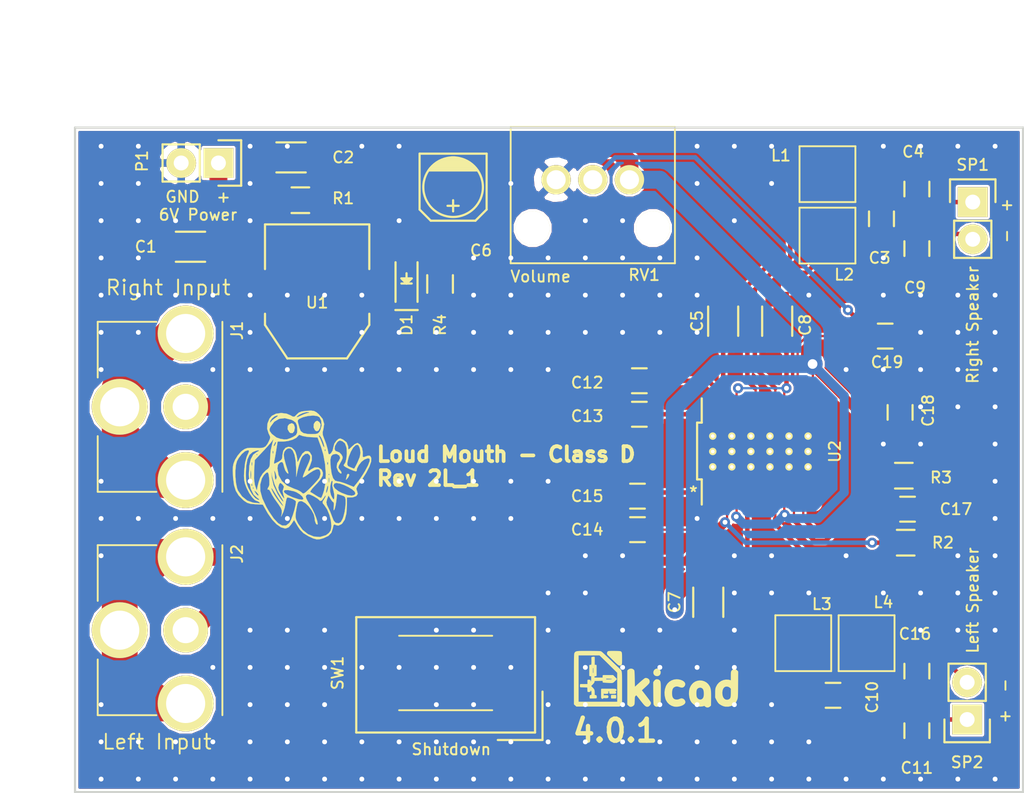
<source format=kicad_pcb>
(kicad_pcb (version 4) (host pcbnew 4.0.1-2.201512121406+6195~38~ubuntu14.04.1-stable)
  (layers (0 F.Cu signal) (31 B.Cu signal) (34 B.Paste user) (35 F.Paste user) (36 B.SilkS user) (37 F.SilkS user) (38 B.Mask user) (39 F.Mask user) (44 Edge.Cuts user))
  (net 0 "")
  (net 1 GND)
  (net 2 /VIN)
  (net 3 /VDD)
  (net 4 /ROUT-)
  (net 5 /ROUT+)
  (net 6 /LOUT-)
  (net 7 /LOUT+)
  (net 8 "Net-(C12-Pad1)")
  (net 9 /RIN+)
  (net 10 "Net-(C13-Pad1)")
  (net 11 /RIN-)
  (net 12 "Net-(C14-Pad1)")
  (net 13 /LIN+)
  (net 14 "Net-(C15-Pad1)")
  (net 15 /LIN-)
  (net 16 "Net-(C17-Pad1)")
  (net 17 "Net-(L1-Pad1)")
  (net 18 "Net-(L2-Pad1)")
  (net 19 "Net-(L4-Pad1)")
  (net 20 /~SHUTDOWN)
  (net 21 "Net-(R3-Pad1)")
  (net 22 /VOLUME)
  (net 23 "Net-(SW1-Pad2)")
  (net 24 "Net-(SW1-Pad4)")
  (net 25 "Net-(U2-Pad15)")
  (net 26 "Net-(D1-Pad1)")
  (net 27 "Net-(C5-Pad2)")
  (net 28 /LOUTP)
  (net 29 "Net-(C8-Pad2)")
  (module LoudMouth-ClassD:RCJ-01X (layer F.Cu) (at 101.6 116.84 90)
    (fp_text reference J2 (at 5.207 8.001 90) (layer F.SilkS) (effects (font (size 0.762 0.762) (thickness 0.127))))
    (fp_text value RCJ-01X)
    (pad 1 thru_hole circle (at 0 0 90) (size 3.81 3.81) (drill 2.667) (layers *.Cu *.Mask F.SilkS) (net 15 /LIN-))
    (pad 1 thru_hole circle (at 5.0038 4.4958 90) (size 3.81 3.81) (drill 2.667) (layers *.Cu *.Mask F.SilkS) (net 15 /LIN-))
    (pad 1 thru_hole circle (at -5.0038 4.4958 90) (size 3.81 3.81) (drill 2.667) (layers *.Cu *.Mask F.SilkS) (net 15 /LIN-))
    (pad 2 thru_hole circle (at 0 4.4958 90) (size 3.048 3.048) (drill 1.778) (layers *.Cu *.Mask F.SilkS) (net 13 /LIN+))
  )
  (module LoudMouth-ClassD:Stitch_VIA (layer F.Cu) (at 161.29 127)
    (fp_text reference ST**111112518 hide)
    (fp_text value Stitch_VIA hide)
    (pad 1 thru_hole circle (at 0 0) (size 0.6858 0.6858) (drill 0.3302) (layers *.Cu) (net 1 GND))
  )
  (module LoudMouth-ClassD:Stitch_VIA (layer F.Cu) (at 158.75 127)
    (fp_text reference ST**111112418 hide)
    (fp_text value Stitch_VIA hide)
    (pad 1 thru_hole circle (at 0 0) (size 0.6858 0.6858) (drill 0.3302) (layers *.Cu) (net 1 GND))
  )
  (module LoudMouth-ClassD:Stitch_VIA (layer F.Cu) (at 156.21 127)
    (fp_text reference ST**111112318 hide)
    (fp_text value Stitch_VIA hide)
    (pad 1 thru_hole circle (at 0 0) (size 0.6858 0.6858) (drill 0.3302) (layers *.Cu) (net 1 GND))
  )
  (module LoudMouth-ClassD:Stitch_VIA (layer F.Cu) (at 153.67 127)
    (fp_text reference ST**111112218 hide)
    (fp_text value Stitch_VIA hide)
    (pad 1 thru_hole circle (at 0 0) (size 0.6858 0.6858) (drill 0.3302) (layers *.Cu) (net 1 GND))
  )
  (module LoudMouth-ClassD:Stitch_VIA (layer F.Cu) (at 151.13 127)
    (fp_text reference ST**111112118 hide)
    (fp_text value Stitch_VIA hide)
    (pad 1 thru_hole circle (at 0 0) (size 0.6858 0.6858) (drill 0.3302) (layers *.Cu) (net 1 GND))
  )
  (module LoudMouth-ClassD:Stitch_VIA (layer F.Cu) (at 148.59 127)
    (fp_text reference ST**111112018 hide)
    (fp_text value Stitch_VIA hide)
    (pad 1 thru_hole circle (at 0 0) (size 0.6858 0.6858) (drill 0.3302) (layers *.Cu) (net 1 GND))
  )
  (module LoudMouth-ClassD:Stitch_VIA (layer F.Cu) (at 146.05 127)
    (fp_text reference ST**111111918 hide)
    (fp_text value Stitch_VIA hide)
    (pad 1 thru_hole circle (at 0 0) (size 0.6858 0.6858) (drill 0.3302) (layers *.Cu) (net 1 GND))
  )
  (module LoudMouth-ClassD:Stitch_VIA (layer F.Cu) (at 143.51 127)
    (fp_text reference ST**111111818 hide)
    (fp_text value Stitch_VIA hide)
    (pad 1 thru_hole circle (at 0 0) (size 0.6858 0.6858) (drill 0.3302) (layers *.Cu) (net 1 GND))
  )
  (module LoudMouth-ClassD:Stitch_VIA (layer F.Cu) (at 140.97 127)
    (fp_text reference ST**111111718 hide)
    (fp_text value Stitch_VIA hide)
    (pad 1 thru_hole circle (at 0 0) (size 0.6858 0.6858) (drill 0.3302) (layers *.Cu) (net 1 GND))
  )
  (module LoudMouth-ClassD:Stitch_VIA (layer F.Cu) (at 138.43 127)
    (fp_text reference ST**111111618 hide)
    (fp_text value Stitch_VIA hide)
    (pad 1 thru_hole circle (at 0 0) (size 0.6858 0.6858) (drill 0.3302) (layers *.Cu) (net 1 GND))
  )
  (module LoudMouth-ClassD:Stitch_VIA (layer F.Cu) (at 135.89 127)
    (fp_text reference ST**111111518 hide)
    (fp_text value Stitch_VIA hide)
    (pad 1 thru_hole circle (at 0 0) (size 0.6858 0.6858) (drill 0.3302) (layers *.Cu) (net 1 GND))
  )
  (module LoudMouth-ClassD:Stitch_VIA (layer F.Cu) (at 133.35 127)
    (fp_text reference ST**111111418 hide)
    (fp_text value Stitch_VIA hide)
    (pad 1 thru_hole circle (at 0 0) (size 0.6858 0.6858) (drill 0.3302) (layers *.Cu) (net 1 GND))
  )
  (module LoudMouth-ClassD:Stitch_VIA (layer F.Cu) (at 130.81 127)
    (fp_text reference ST**111111318 hide)
    (fp_text value Stitch_VIA hide)
    (pad 1 thru_hole circle (at 0 0) (size 0.6858 0.6858) (drill 0.3302) (layers *.Cu) (net 1 GND))
  )
  (module LoudMouth-ClassD:Stitch_VIA (layer F.Cu) (at 128.27 127)
    (fp_text reference ST**111111218 hide)
    (fp_text value Stitch_VIA hide)
    (pad 1 thru_hole circle (at 0 0) (size 0.6858 0.6858) (drill 0.3302) (layers *.Cu) (net 1 GND))
  )
  (module LoudMouth-ClassD:Stitch_VIA (layer F.Cu) (at 125.73 127)
    (fp_text reference ST**111111118 hide)
    (fp_text value Stitch_VIA hide)
    (pad 1 thru_hole circle (at 0 0) (size 0.6858 0.6858) (drill 0.3302) (layers *.Cu) (net 1 GND))
  )
  (module LoudMouth-ClassD:Stitch_VIA (layer F.Cu) (at 123.19 127)
    (fp_text reference ST**111111018 hide)
    (fp_text value Stitch_VIA hide)
    (pad 1 thru_hole circle (at 0 0) (size 0.6858 0.6858) (drill 0.3302) (layers *.Cu) (net 1 GND))
  )
  (module LoudMouth-ClassD:Stitch_VIA (layer F.Cu) (at 120.65 127)
    (fp_text reference ST**11111918 hide)
    (fp_text value Stitch_VIA hide)
    (pad 1 thru_hole circle (at 0 0) (size 0.6858 0.6858) (drill 0.3302) (layers *.Cu) (net 1 GND))
  )
  (module LoudMouth-ClassD:Stitch_VIA (layer F.Cu) (at 118.11 127)
    (fp_text reference ST**11111818 hide)
    (fp_text value Stitch_VIA hide)
    (pad 1 thru_hole circle (at 0 0) (size 0.6858 0.6858) (drill 0.3302) (layers *.Cu) (net 1 GND))
  )
  (module LoudMouth-ClassD:Stitch_VIA (layer F.Cu) (at 115.57 127)
    (fp_text reference ST**11111718 hide)
    (fp_text value Stitch_VIA hide)
    (pad 1 thru_hole circle (at 0 0) (size 0.6858 0.6858) (drill 0.3302) (layers *.Cu) (net 1 GND))
  )
  (module LoudMouth-ClassD:Stitch_VIA (layer F.Cu) (at 113.03 127)
    (fp_text reference ST**11111618 hide)
    (fp_text value Stitch_VIA hide)
    (pad 1 thru_hole circle (at 0 0) (size 0.6858 0.6858) (drill 0.3302) (layers *.Cu) (net 1 GND))
  )
  (module LoudMouth-ClassD:Stitch_VIA (layer F.Cu) (at 110.49 127)
    (fp_text reference ST**11111518 hide)
    (fp_text value Stitch_VIA hide)
    (pad 1 thru_hole circle (at 0 0) (size 0.6858 0.6858) (drill 0.3302) (layers *.Cu) (net 1 GND))
  )
  (module LoudMouth-ClassD:Stitch_VIA (layer F.Cu) (at 107.95 127)
    (fp_text reference ST**11111418 hide)
    (fp_text value Stitch_VIA hide)
    (pad 1 thru_hole circle (at 0 0) (size 0.6858 0.6858) (drill 0.3302) (layers *.Cu) (net 1 GND))
  )
  (module LoudMouth-ClassD:Stitch_VIA (layer F.Cu) (at 105.41 127)
    (fp_text reference ST**11111318 hide)
    (fp_text value Stitch_VIA hide)
    (pad 1 thru_hole circle (at 0 0) (size 0.6858 0.6858) (drill 0.3302) (layers *.Cu) (net 1 GND))
  )
  (module LoudMouth-ClassD:Stitch_VIA (layer F.Cu) (at 102.87 127)
    (fp_text reference ST**11111218 hide)
    (fp_text value Stitch_VIA hide)
    (pad 1 thru_hole circle (at 0 0) (size 0.6858 0.6858) (drill 0.3302) (layers *.Cu) (net 1 GND))
  )
  (module LoudMouth-ClassD:Stitch_VIA (layer F.Cu) (at 100.33 127)
    (fp_text reference ST**11111118 hide)
    (fp_text value Stitch_VIA hide)
    (pad 1 thru_hole circle (at 0 0) (size 0.6858 0.6858) (drill 0.3302) (layers *.Cu) (net 1 GND))
  )
  (module LoudMouth-ClassD:Stitch_VIA (layer F.Cu) (at 148.59 124.46)
    (fp_text reference ST**111112017 hide)
    (fp_text value Stitch_VIA hide)
    (pad 1 thru_hole circle (at 0 0) (size 0.6858 0.6858) (drill 0.3302) (layers *.Cu) (net 1 GND))
  )
  (module LoudMouth-ClassD:Stitch_VIA (layer F.Cu) (at 146.05 124.46)
    (fp_text reference ST**111111917 hide)
    (fp_text value Stitch_VIA hide)
    (pad 1 thru_hole circle (at 0 0) (size 0.6858 0.6858) (drill 0.3302) (layers *.Cu) (net 1 GND))
  )
  (module LoudMouth-ClassD:Stitch_VIA (layer F.Cu) (at 143.51 124.46)
    (fp_text reference ST**111111817 hide)
    (fp_text value Stitch_VIA hide)
    (pad 1 thru_hole circle (at 0 0) (size 0.6858 0.6858) (drill 0.3302) (layers *.Cu) (net 1 GND))
  )
  (module LoudMouth-ClassD:Stitch_VIA (layer F.Cu) (at 140.97 124.46)
    (fp_text reference ST**111111717 hide)
    (fp_text value Stitch_VIA hide)
    (pad 1 thru_hole circle (at 0 0) (size 0.6858 0.6858) (drill 0.3302) (layers *.Cu) (net 1 GND))
  )
  (module LoudMouth-ClassD:Stitch_VIA (layer F.Cu) (at 138.43 124.46)
    (fp_text reference ST**111111617 hide)
    (fp_text value Stitch_VIA hide)
    (pad 1 thru_hole circle (at 0 0) (size 0.6858 0.6858) (drill 0.3302) (layers *.Cu) (net 1 GND))
  )
  (module LoudMouth-ClassD:Stitch_VIA (layer F.Cu) (at 135.89 124.46)
    (fp_text reference ST**111111517 hide)
    (fp_text value Stitch_VIA hide)
    (pad 1 thru_hole circle (at 0 0) (size 0.6858 0.6858) (drill 0.3302) (layers *.Cu) (net 1 GND))
  )
  (module LoudMouth-ClassD:Stitch_VIA (layer F.Cu) (at 133.35 124.46)
    (fp_text reference ST**111111417 hide)
    (fp_text value Stitch_VIA hide)
    (pad 1 thru_hole circle (at 0 0) (size 0.6858 0.6858) (drill 0.3302) (layers *.Cu) (net 1 GND))
  )
  (module LoudMouth-ClassD:Stitch_VIA (layer F.Cu) (at 130.81 124.46)
    (fp_text reference ST**111111317 hide)
    (fp_text value Stitch_VIA hide)
    (pad 1 thru_hole circle (at 0 0) (size 0.6858 0.6858) (drill 0.3302) (layers *.Cu) (net 1 GND))
  )
  (module LoudMouth-ClassD:Stitch_VIA (layer F.Cu) (at 128.27 124.46)
    (fp_text reference ST**111111217 hide)
    (fp_text value Stitch_VIA hide)
    (pad 1 thru_hole circle (at 0 0) (size 0.6858 0.6858) (drill 0.3302) (layers *.Cu) (net 1 GND))
  )
  (module LoudMouth-ClassD:Stitch_VIA (layer F.Cu) (at 125.73 124.46)
    (fp_text reference ST**111111117 hide)
    (fp_text value Stitch_VIA hide)
    (pad 1 thru_hole circle (at 0 0) (size 0.6858 0.6858) (drill 0.3302) (layers *.Cu) (net 1 GND))
  )
  (module LoudMouth-ClassD:Stitch_VIA (layer F.Cu) (at 123.19 124.46)
    (fp_text reference ST**111111017 hide)
    (fp_text value Stitch_VIA hide)
    (pad 1 thru_hole circle (at 0 0) (size 0.6858 0.6858) (drill 0.3302) (layers *.Cu) (net 1 GND))
  )
  (module LoudMouth-ClassD:Stitch_VIA (layer F.Cu) (at 120.65 124.46)
    (fp_text reference ST**11111917 hide)
    (fp_text value Stitch_VIA hide)
    (pad 1 thru_hole circle (at 0 0) (size 0.6858 0.6858) (drill 0.3302) (layers *.Cu) (net 1 GND))
  )
  (module LoudMouth-ClassD:Stitch_VIA (layer F.Cu) (at 118.11 124.46)
    (fp_text reference ST**11111817 hide)
    (fp_text value Stitch_VIA hide)
    (pad 1 thru_hole circle (at 0 0) (size 0.6858 0.6858) (drill 0.3302) (layers *.Cu) (net 1 GND))
  )
  (module LoudMouth-ClassD:Stitch_VIA (layer F.Cu) (at 115.57 124.46)
    (fp_text reference ST**11111717 hide)
    (fp_text value Stitch_VIA hide)
    (pad 1 thru_hole circle (at 0 0) (size 0.6858 0.6858) (drill 0.3302) (layers *.Cu) (net 1 GND))
  )
  (module LoudMouth-ClassD:Stitch_VIA (layer F.Cu) (at 113.03 124.46)
    (fp_text reference ST**11111617 hide)
    (fp_text value Stitch_VIA hide)
    (pad 1 thru_hole circle (at 0 0) (size 0.6858 0.6858) (drill 0.3302) (layers *.Cu) (net 1 GND))
  )
  (module LoudMouth-ClassD:Stitch_VIA (layer F.Cu) (at 110.49 124.46)
    (fp_text reference ST**11111517 hide)
    (fp_text value Stitch_VIA hide)
    (pad 1 thru_hole circle (at 0 0) (size 0.6858 0.6858) (drill 0.3302) (layers *.Cu) (net 1 GND))
  )
  (module LoudMouth-ClassD:Stitch_VIA (layer F.Cu) (at 107.95 124.46)
    (fp_text reference ST**11111417 hide)
    (fp_text value Stitch_VIA hide)
    (pad 1 thru_hole circle (at 0 0) (size 0.6858 0.6858) (drill 0.3302) (layers *.Cu) (net 1 GND))
  )
  (module LoudMouth-ClassD:Stitch_VIA (layer F.Cu) (at 105.41 124.46)
    (fp_text reference ST**11111317 hide)
    (fp_text value Stitch_VIA hide)
    (pad 1 thru_hole circle (at 0 0) (size 0.6858 0.6858) (drill 0.3302) (layers *.Cu) (net 1 GND))
  )
  (module LoudMouth-ClassD:Stitch_VIA (layer F.Cu) (at 102.87 124.46)
    (fp_text reference ST**11111217 hide)
    (fp_text value Stitch_VIA hide)
    (pad 1 thru_hole circle (at 0 0) (size 0.6858 0.6858) (drill 0.3302) (layers *.Cu) (net 1 GND))
  )
  (module LoudMouth-ClassD:Stitch_VIA (layer F.Cu) (at 100.33 124.46)
    (fp_text reference ST**11111117 hide)
    (fp_text value Stitch_VIA hide)
    (pad 1 thru_hole circle (at 0 0) (size 0.6858 0.6858) (drill 0.3302) (layers *.Cu) (net 1 GND))
  )
  (module LoudMouth-ClassD:Stitch_VIA (layer F.Cu) (at 146.05 121.92)
    (fp_text reference ST**111111916 hide)
    (fp_text value Stitch_VIA hide)
    (pad 1 thru_hole circle (at 0 0) (size 0.6858 0.6858) (drill 0.3302) (layers *.Cu) (net 1 GND))
  )
  (module LoudMouth-ClassD:Stitch_VIA (layer F.Cu) (at 143.51 121.92)
    (fp_text reference ST**111111816 hide)
    (fp_text value Stitch_VIA hide)
    (pad 1 thru_hole circle (at 0 0) (size 0.6858 0.6858) (drill 0.3302) (layers *.Cu) (net 1 GND))
  )
  (module LoudMouth-ClassD:Stitch_VIA (layer F.Cu) (at 140.97 121.92)
    (fp_text reference ST**111111716 hide)
    (fp_text value Stitch_VIA hide)
    (pad 1 thru_hole circle (at 0 0) (size 0.6858 0.6858) (drill 0.3302) (layers *.Cu) (net 1 GND))
  )
  (module LoudMouth-ClassD:Stitch_VIA (layer F.Cu) (at 138.43 121.92)
    (fp_text reference ST**111111616 hide)
    (fp_text value Stitch_VIA hide)
    (pad 1 thru_hole circle (at 0 0) (size 0.6858 0.6858) (drill 0.3302) (layers *.Cu) (net 1 GND))
  )
  (module LoudMouth-ClassD:Stitch_VIA (layer F.Cu) (at 135.89 121.92)
    (fp_text reference ST**111111516 hide)
    (fp_text value Stitch_VIA hide)
    (pad 1 thru_hole circle (at 0 0) (size 0.6858 0.6858) (drill 0.3302) (layers *.Cu) (net 1 GND))
  )
  (module LoudMouth-ClassD:Stitch_VIA (layer F.Cu) (at 133.35 121.92)
    (fp_text reference ST**111111416 hide)
    (fp_text value Stitch_VIA hide)
    (pad 1 thru_hole circle (at 0 0) (size 0.6858 0.6858) (drill 0.3302) (layers *.Cu) (net 1 GND))
  )
  (module LoudMouth-ClassD:Stitch_VIA (layer F.Cu) (at 130.81 121.92)
    (fp_text reference ST**111111316 hide)
    (fp_text value Stitch_VIA hide)
    (pad 1 thru_hole circle (at 0 0) (size 0.6858 0.6858) (drill 0.3302) (layers *.Cu) (net 1 GND))
  )
  (module LoudMouth-ClassD:Stitch_VIA (layer F.Cu) (at 125.73 121.92)
    (fp_text reference ST**111111116 hide)
    (fp_text value Stitch_VIA hide)
    (pad 1 thru_hole circle (at 0 0) (size 0.6858 0.6858) (drill 0.3302) (layers *.Cu) (net 1 GND))
  )
  (module LoudMouth-ClassD:Stitch_VIA (layer F.Cu) (at 123.19 121.92)
    (fp_text reference ST**111111016 hide)
    (fp_text value Stitch_VIA hide)
    (pad 1 thru_hole circle (at 0 0) (size 0.6858 0.6858) (drill 0.3302) (layers *.Cu) (net 1 GND))
  )
  (module LoudMouth-ClassD:Stitch_VIA (layer F.Cu) (at 115.57 121.92)
    (fp_text reference ST**11111716 hide)
    (fp_text value Stitch_VIA hide)
    (pad 1 thru_hole circle (at 0 0) (size 0.6858 0.6858) (drill 0.3302) (layers *.Cu) (net 1 GND))
  )
  (module LoudMouth-ClassD:Stitch_VIA (layer F.Cu) (at 113.03 121.92)
    (fp_text reference ST**11111616 hide)
    (fp_text value Stitch_VIA hide)
    (pad 1 thru_hole circle (at 0 0) (size 0.6858 0.6858) (drill 0.3302) (layers *.Cu) (net 1 GND))
  )
  (module LoudMouth-ClassD:Stitch_VIA (layer F.Cu) (at 110.49 121.92)
    (fp_text reference ST**11111516 hide)
    (fp_text value Stitch_VIA hide)
    (pad 1 thru_hole circle (at 0 0) (size 0.6858 0.6858) (drill 0.3302) (layers *.Cu) (net 1 GND))
  )
  (module LoudMouth-ClassD:Stitch_VIA (layer F.Cu) (at 100.33 121.92)
    (fp_text reference ST**11111116 hide)
    (fp_text value Stitch_VIA hide)
    (pad 1 thru_hole circle (at 0 0) (size 0.6858 0.6858) (drill 0.3302) (layers *.Cu) (net 1 GND))
  )
  (module LoudMouth-ClassD:Stitch_VIA (layer F.Cu) (at 143.51 119.38)
    (fp_text reference ST**111111815 hide)
    (fp_text value Stitch_VIA hide)
    (pad 1 thru_hole circle (at 0 0) (size 0.6858 0.6858) (drill 0.3302) (layers *.Cu) (net 1 GND))
  )
  (module LoudMouth-ClassD:Stitch_VIA (layer F.Cu) (at 140.97 119.38)
    (fp_text reference ST**111111715 hide)
    (fp_text value Stitch_VIA hide)
    (pad 1 thru_hole circle (at 0 0) (size 0.6858 0.6858) (drill 0.3302) (layers *.Cu) (net 1 GND))
  )
  (module LoudMouth-ClassD:Stitch_VIA (layer F.Cu) (at 138.43 119.38)
    (fp_text reference ST**111111615 hide)
    (fp_text value Stitch_VIA hide)
    (pad 1 thru_hole circle (at 0 0) (size 0.6858 0.6858) (drill 0.3302) (layers *.Cu) (net 1 GND))
  )
  (module LoudMouth-ClassD:Stitch_VIA (layer F.Cu) (at 135.89 119.38)
    (fp_text reference ST**111111515 hide)
    (fp_text value Stitch_VIA hide)
    (pad 1 thru_hole circle (at 0 0) (size 0.6858 0.6858) (drill 0.3302) (layers *.Cu) (net 1 GND))
  )
  (module LoudMouth-ClassD:Stitch_VIA (layer F.Cu) (at 133.35 119.38)
    (fp_text reference ST**111111415 hide)
    (fp_text value Stitch_VIA hide)
    (pad 1 thru_hole circle (at 0 0) (size 0.6858 0.6858) (drill 0.3302) (layers *.Cu) (net 1 GND))
  )
  (module LoudMouth-ClassD:Stitch_VIA (layer F.Cu) (at 128.27 119.38)
    (fp_text reference ST**111111215 hide)
    (fp_text value Stitch_VIA hide)
    (pad 1 thru_hole circle (at 0 0) (size 0.6858 0.6858) (drill 0.3302) (layers *.Cu) (net 1 GND))
  )
  (module LoudMouth-ClassD:Stitch_VIA (layer F.Cu) (at 125.73 119.38)
    (fp_text reference ST**111111115 hide)
    (fp_text value Stitch_VIA hide)
    (pad 1 thru_hole circle (at 0 0) (size 0.6858 0.6858) (drill 0.3302) (layers *.Cu) (net 1 GND))
  )
  (module LoudMouth-ClassD:Stitch_VIA (layer F.Cu) (at 123.19 119.38)
    (fp_text reference ST**111111015 hide)
    (fp_text value Stitch_VIA hide)
    (pad 1 thru_hole circle (at 0 0) (size 0.6858 0.6858) (drill 0.3302) (layers *.Cu) (net 1 GND))
  )
  (module LoudMouth-ClassD:Stitch_VIA (layer F.Cu) (at 120.65 119.38)
    (fp_text reference ST**11111915 hide)
    (fp_text value Stitch_VIA hide)
    (pad 1 thru_hole circle (at 0 0) (size 0.6858 0.6858) (drill 0.3302) (layers *.Cu) (net 1 GND))
  )
  (module LoudMouth-ClassD:Stitch_VIA (layer F.Cu) (at 118.11 119.38)
    (fp_text reference ST**11111815 hide)
    (fp_text value Stitch_VIA hide)
    (pad 1 thru_hole circle (at 0 0) (size 0.6858 0.6858) (drill 0.3302) (layers *.Cu) (net 1 GND))
  )
  (module LoudMouth-ClassD:Stitch_VIA (layer F.Cu) (at 115.57 119.38)
    (fp_text reference ST**11111715 hide)
    (fp_text value Stitch_VIA hide)
    (pad 1 thru_hole circle (at 0 0) (size 0.6858 0.6858) (drill 0.3302) (layers *.Cu) (net 1 GND))
  )
  (module LoudMouth-ClassD:Stitch_VIA (layer F.Cu) (at 113.03 119.38)
    (fp_text reference ST**11111615 hide)
    (fp_text value Stitch_VIA hide)
    (pad 1 thru_hole circle (at 0 0) (size 0.6858 0.6858) (drill 0.3302) (layers *.Cu) (net 1 GND))
  )
  (module LoudMouth-ClassD:Stitch_VIA (layer F.Cu) (at 110.49 119.38)
    (fp_text reference ST**11111515 hide)
    (fp_text value Stitch_VIA hide)
    (pad 1 thru_hole circle (at 0 0) (size 0.6858 0.6858) (drill 0.3302) (layers *.Cu) (net 1 GND))
  )
  (module LoudMouth-ClassD:Stitch_VIA (layer F.Cu) (at 107.95 119.38)
    (fp_text reference ST**11111415 hide)
    (fp_text value Stitch_VIA hide)
    (pad 1 thru_hole circle (at 0 0) (size 0.6858 0.6858) (drill 0.3302) (layers *.Cu) (net 1 GND))
  )
  (module LoudMouth-ClassD:Stitch_VIA (layer F.Cu) (at 161.29 116.84)
    (fp_text reference ST**111112514 hide)
    (fp_text value Stitch_VIA hide)
    (pad 1 thru_hole circle (at 0 0) (size 0.6858 0.6858) (drill 0.3302) (layers *.Cu) (net 1 GND))
  )
  (module LoudMouth-ClassD:Stitch_VIA (layer F.Cu) (at 158.75 116.84)
    (fp_text reference ST**111112414 hide)
    (fp_text value Stitch_VIA hide)
    (pad 1 thru_hole circle (at 0 0) (size 0.6858 0.6858) (drill 0.3302) (layers *.Cu) (net 1 GND))
  )
  (module LoudMouth-ClassD:Stitch_VIA (layer F.Cu) (at 156.21 116.84)
    (fp_text reference ST**111112314 hide)
    (fp_text value Stitch_VIA hide)
    (pad 1 thru_hole circle (at 0 0) (size 0.6858 0.6858) (drill 0.3302) (layers *.Cu) (net 1 GND))
  )
  (module LoudMouth-ClassD:Stitch_VIA (layer F.Cu) (at 143.51 116.84)
    (fp_text reference ST**111111814 hide)
    (fp_text value Stitch_VIA hide)
    (pad 1 thru_hole circle (at 0 0) (size 0.6858 0.6858) (drill 0.3302) (layers *.Cu) (net 1 GND))
  )
  (module LoudMouth-ClassD:Stitch_VIA (layer F.Cu) (at 138.43 116.84)
    (fp_text reference ST**111111614 hide)
    (fp_text value Stitch_VIA hide)
    (pad 1 thru_hole circle (at 0 0) (size 0.6858 0.6858) (drill 0.3302) (layers *.Cu) (net 1 GND))
  )
  (module LoudMouth-ClassD:Stitch_VIA (layer F.Cu) (at 135.89 116.84)
    (fp_text reference ST**111111514 hide)
    (fp_text value Stitch_VIA hide)
    (pad 1 thru_hole circle (at 0 0) (size 0.6858 0.6858) (drill 0.3302) (layers *.Cu) (net 1 GND))
  )
  (module LoudMouth-ClassD:Stitch_VIA (layer F.Cu) (at 130.81 116.84)
    (fp_text reference ST**111111314 hide)
    (fp_text value Stitch_VIA hide)
    (pad 1 thru_hole circle (at 0 0) (size 0.6858 0.6858) (drill 0.3302) (layers *.Cu) (net 1 GND))
  )
  (module LoudMouth-ClassD:Stitch_VIA (layer F.Cu) (at 125.73 116.84)
    (fp_text reference ST**111111114 hide)
    (fp_text value Stitch_VIA hide)
    (pad 1 thru_hole circle (at 0 0) (size 0.6858 0.6858) (drill 0.3302) (layers *.Cu) (net 1 GND))
  )
  (module LoudMouth-ClassD:Stitch_VIA (layer F.Cu) (at 123.19 116.84)
    (fp_text reference ST**111111014 hide)
    (fp_text value Stitch_VIA hide)
    (pad 1 thru_hole circle (at 0 0) (size 0.6858 0.6858) (drill 0.3302) (layers *.Cu) (net 1 GND))
  )
  (module LoudMouth-ClassD:Stitch_VIA (layer F.Cu) (at 115.57 116.84)
    (fp_text reference ST**11111714 hide)
    (fp_text value Stitch_VIA hide)
    (pad 1 thru_hole circle (at 0 0) (size 0.6858 0.6858) (drill 0.3302) (layers *.Cu) (net 1 GND))
  )
  (module LoudMouth-ClassD:Stitch_VIA (layer F.Cu) (at 113.03 116.84)
    (fp_text reference ST**11111614 hide)
    (fp_text value Stitch_VIA hide)
    (pad 1 thru_hole circle (at 0 0) (size 0.6858 0.6858) (drill 0.3302) (layers *.Cu) (net 1 GND))
  )
  (module LoudMouth-ClassD:Stitch_VIA (layer F.Cu) (at 110.49 116.84)
    (fp_text reference ST**11111514 hide)
    (fp_text value Stitch_VIA hide)
    (pad 1 thru_hole circle (at 0 0) (size 0.6858 0.6858) (drill 0.3302) (layers *.Cu) (net 1 GND))
  )
  (module LoudMouth-ClassD:Stitch_VIA (layer F.Cu) (at 161.29 114.3)
    (fp_text reference ST**111112513 hide)
    (fp_text value Stitch_VIA hide)
    (pad 1 thru_hole circle (at 0 0) (size 0.6858 0.6858) (drill 0.3302) (layers *.Cu) (net 1 GND))
  )
  (module LoudMouth-ClassD:Stitch_VIA (layer F.Cu) (at 158.75 114.3)
    (fp_text reference ST**111112413 hide)
    (fp_text value Stitch_VIA hide)
    (pad 1 thru_hole circle (at 0 0) (size 0.6858 0.6858) (drill 0.3302) (layers *.Cu) (net 1 GND))
  )
  (module LoudMouth-ClassD:Stitch_VIA (layer F.Cu) (at 156.21 114.3)
    (fp_text reference ST**111112313 hide)
    (fp_text value Stitch_VIA hide)
    (pad 1 thru_hole circle (at 0 0) (size 0.6858 0.6858) (drill 0.3302) (layers *.Cu) (net 1 GND))
  )
  (module LoudMouth-ClassD:Stitch_VIA (layer F.Cu) (at 153.67 114.3)
    (fp_text reference ST**111112213 hide)
    (fp_text value Stitch_VIA hide)
    (pad 1 thru_hole circle (at 0 0) (size 0.6858 0.6858) (drill 0.3302) (layers *.Cu) (net 1 GND))
  )
  (module LoudMouth-ClassD:Stitch_VIA (layer F.Cu) (at 148.59 114.3)
    (fp_text reference ST**111112013 hide)
    (fp_text value Stitch_VIA hide)
    (pad 1 thru_hole circle (at 0 0) (size 0.6858 0.6858) (drill 0.3302) (layers *.Cu) (net 1 GND))
  )
  (module LoudMouth-ClassD:Stitch_VIA (layer F.Cu) (at 146.05 114.3)
    (fp_text reference ST**111111913 hide)
    (fp_text value Stitch_VIA hide)
    (pad 1 thru_hole circle (at 0 0) (size 0.6858 0.6858) (drill 0.3302) (layers *.Cu) (net 1 GND))
  )
  (module LoudMouth-ClassD:Stitch_VIA (layer F.Cu) (at 143.51 114.3)
    (fp_text reference ST**111111813 hide)
    (fp_text value Stitch_VIA hide)
    (pad 1 thru_hole circle (at 0 0) (size 0.6858 0.6858) (drill 0.3302) (layers *.Cu) (net 1 GND))
  )
  (module LoudMouth-ClassD:Stitch_VIA (layer F.Cu) (at 133.35 114.3)
    (fp_text reference ST**111111413 hide)
    (fp_text value Stitch_VIA hide)
    (pad 1 thru_hole circle (at 0 0) (size 0.6858 0.6858) (drill 0.3302) (layers *.Cu) (net 1 GND))
  )
  (module LoudMouth-ClassD:Stitch_VIA (layer F.Cu) (at 130.81 114.3)
    (fp_text reference ST**111111313 hide)
    (fp_text value Stitch_VIA hide)
    (pad 1 thru_hole circle (at 0 0) (size 0.6858 0.6858) (drill 0.3302) (layers *.Cu) (net 1 GND))
  )
  (module LoudMouth-ClassD:Stitch_VIA (layer F.Cu) (at 161.29 111.76)
    (fp_text reference ST**111112512 hide)
    (fp_text value Stitch_VIA hide)
    (pad 1 thru_hole circle (at 0 0) (size 0.6858 0.6858) (drill 0.3302) (layers *.Cu) (net 1 GND))
  )
  (module LoudMouth-ClassD:Stitch_VIA (layer F.Cu) (at 158.75 111.76)
    (fp_text reference ST**111112412 hide)
    (fp_text value Stitch_VIA hide)
    (pad 1 thru_hole circle (at 0 0) (size 0.6858 0.6858) (drill 0.3302) (layers *.Cu) (net 1 GND))
  )
  (module LoudMouth-ClassD:Stitch_VIA (layer F.Cu) (at 151.13 111.76)
    (fp_text reference ST**111112112 hide)
    (fp_text value Stitch_VIA hide)
    (pad 1 thru_hole circle (at 0 0) (size 0.6858 0.6858) (drill 0.3302) (layers *.Cu) (net 1 GND))
  )
  (module LoudMouth-ClassD:Stitch_VIA (layer F.Cu) (at 146.05 111.76)
    (fp_text reference ST**111111912 hide)
    (fp_text value Stitch_VIA hide)
    (pad 1 thru_hole circle (at 0 0) (size 0.6858 0.6858) (drill 0.3302) (layers *.Cu) (net 1 GND))
  )
  (module LoudMouth-ClassD:Stitch_VIA (layer F.Cu) (at 143.51 111.76)
    (fp_text reference ST**111111812 hide)
    (fp_text value Stitch_VIA hide)
    (pad 1 thru_hole circle (at 0 0) (size 0.6858 0.6858) (drill 0.3302) (layers *.Cu) (net 1 GND))
  )
  (module LoudMouth-ClassD:Stitch_VIA (layer F.Cu) (at 135.89 111.76)
    (fp_text reference ST**111111512 hide)
    (fp_text value Stitch_VIA hide)
    (pad 1 thru_hole circle (at 0 0) (size 0.6858 0.6858) (drill 0.3302) (layers *.Cu) (net 1 GND))
  )
  (module LoudMouth-ClassD:Stitch_VIA (layer F.Cu) (at 133.35 111.76)
    (fp_text reference ST**111111412 hide)
    (fp_text value Stitch_VIA hide)
    (pad 1 thru_hole circle (at 0 0) (size 0.6858 0.6858) (drill 0.3302) (layers *.Cu) (net 1 GND))
  )
  (module LoudMouth-ClassD:Stitch_VIA (layer F.Cu) (at 100.33 111.76)
    (fp_text reference ST**11111112 hide)
    (fp_text value Stitch_VIA hide)
    (pad 1 thru_hole circle (at 0 0) (size 0.6858 0.6858) (drill 0.3302) (layers *.Cu) (net 1 GND))
  )
  (module LoudMouth-ClassD:Stitch_VIA (layer F.Cu) (at 161.29 109.22)
    (fp_text reference ST**111112511 hide)
    (fp_text value Stitch_VIA hide)
    (pad 1 thru_hole circle (at 0 0) (size 0.6858 0.6858) (drill 0.3302) (layers *.Cu) (net 1 GND))
  )
  (module LoudMouth-ClassD:Stitch_VIA (layer F.Cu) (at 140.97 109.22)
    (fp_text reference ST**111111711 hide)
    (fp_text value Stitch_VIA hide)
    (pad 1 thru_hole circle (at 0 0) (size 0.6858 0.6858) (drill 0.3302) (layers *.Cu) (net 1 GND))
  )
  (module LoudMouth-ClassD:Stitch_VIA (layer F.Cu) (at 128.27 109.22)
    (fp_text reference ST**111111211 hide)
    (fp_text value Stitch_VIA hide)
    (pad 1 thru_hole circle (at 0 0) (size 0.6858 0.6858) (drill 0.3302) (layers *.Cu) (net 1 GND))
  )
  (module LoudMouth-ClassD:Stitch_VIA (layer F.Cu) (at 125.73 109.22)
    (fp_text reference ST**111111111 hide)
    (fp_text value Stitch_VIA hide)
    (pad 1 thru_hole circle (at 0 0) (size 0.6858 0.6858) (drill 0.3302) (layers *.Cu) (net 1 GND))
  )
  (module LoudMouth-ClassD:Stitch_VIA (layer F.Cu) (at 123.19 109.22)
    (fp_text reference ST**111111011 hide)
    (fp_text value Stitch_VIA hide)
    (pad 1 thru_hole circle (at 0 0) (size 0.6858 0.6858) (drill 0.3302) (layers *.Cu) (net 1 GND))
  )
  (module LoudMouth-ClassD:Stitch_VIA (layer F.Cu) (at 120.65 109.22)
    (fp_text reference ST**11111911 hide)
    (fp_text value Stitch_VIA hide)
    (pad 1 thru_hole circle (at 0 0) (size 0.6858 0.6858) (drill 0.3302) (layers *.Cu) (net 1 GND))
  )
  (module LoudMouth-ClassD:Stitch_VIA (layer F.Cu) (at 118.11 109.22)
    (fp_text reference ST**11111811 hide)
    (fp_text value Stitch_VIA hide)
    (pad 1 thru_hole circle (at 0 0) (size 0.6858 0.6858) (drill 0.3302) (layers *.Cu) (net 1 GND))
  )
  (module LoudMouth-ClassD:Stitch_VIA (layer F.Cu) (at 115.57 109.22)
    (fp_text reference ST**11111711 hide)
    (fp_text value Stitch_VIA hide)
    (pad 1 thru_hole circle (at 0 0) (size 0.6858 0.6858) (drill 0.3302) (layers *.Cu) (net 1 GND))
  )
  (module LoudMouth-ClassD:Stitch_VIA (layer F.Cu) (at 113.03 109.22)
    (fp_text reference ST**11111611 hide)
    (fp_text value Stitch_VIA hide)
    (pad 1 thru_hole circle (at 0 0) (size 0.6858 0.6858) (drill 0.3302) (layers *.Cu) (net 1 GND))
  )
  (module LoudMouth-ClassD:Stitch_VIA (layer F.Cu) (at 110.49 109.22)
    (fp_text reference ST**11111511 hide)
    (fp_text value Stitch_VIA hide)
    (pad 1 thru_hole circle (at 0 0) (size 0.6858 0.6858) (drill 0.3302) (layers *.Cu) (net 1 GND))
  )
  (module LoudMouth-ClassD:Stitch_VIA (layer F.Cu) (at 107.95 109.22)
    (fp_text reference ST**11111411 hide)
    (fp_text value Stitch_VIA hide)
    (pad 1 thru_hole circle (at 0 0) (size 0.6858 0.6858) (drill 0.3302) (layers *.Cu) (net 1 GND))
  )
  (module LoudMouth-ClassD:Stitch_VIA (layer F.Cu) (at 105.41 109.22)
    (fp_text reference ST**11111311 hide)
    (fp_text value Stitch_VIA hide)
    (pad 1 thru_hole circle (at 0 0) (size 0.6858 0.6858) (drill 0.3302) (layers *.Cu) (net 1 GND))
  )
  (module LoudMouth-ClassD:Stitch_VIA (layer F.Cu) (at 102.87 109.22)
    (fp_text reference ST**11111211 hide)
    (fp_text value Stitch_VIA hide)
    (pad 1 thru_hole circle (at 0 0) (size 0.6858 0.6858) (drill 0.3302) (layers *.Cu) (net 1 GND))
  )
  (module LoudMouth-ClassD:Stitch_VIA (layer F.Cu) (at 100.33 109.22)
    (fp_text reference ST**11111111 hide)
    (fp_text value Stitch_VIA hide)
    (pad 1 thru_hole circle (at 0 0) (size 0.6858 0.6858) (drill 0.3302) (layers *.Cu) (net 1 GND))
  )
  (module LoudMouth-ClassD:Stitch_VIA (layer F.Cu) (at 161.29 106.68)
    (fp_text reference ST**111112510 hide)
    (fp_text value Stitch_VIA hide)
    (pad 1 thru_hole circle (at 0 0) (size 0.6858 0.6858) (drill 0.3302) (layers *.Cu) (net 1 GND))
  )
  (module LoudMouth-ClassD:Stitch_VIA (layer F.Cu) (at 130.81 106.68)
    (fp_text reference ST**111111310 hide)
    (fp_text value Stitch_VIA hide)
    (pad 1 thru_hole circle (at 0 0) (size 0.6858 0.6858) (drill 0.3302) (layers *.Cu) (net 1 GND))
  )
  (module LoudMouth-ClassD:Stitch_VIA (layer F.Cu) (at 128.27 106.68)
    (fp_text reference ST**111111210 hide)
    (fp_text value Stitch_VIA hide)
    (pad 1 thru_hole circle (at 0 0) (size 0.6858 0.6858) (drill 0.3302) (layers *.Cu) (net 1 GND))
  )
  (module LoudMouth-ClassD:Stitch_VIA (layer F.Cu) (at 125.73 106.68)
    (fp_text reference ST**111111110 hide)
    (fp_text value Stitch_VIA hide)
    (pad 1 thru_hole circle (at 0 0) (size 0.6858 0.6858) (drill 0.3302) (layers *.Cu) (net 1 GND))
  )
  (module LoudMouth-ClassD:Stitch_VIA (layer F.Cu) (at 123.19 106.68)
    (fp_text reference ST**111111010 hide)
    (fp_text value Stitch_VIA hide)
    (pad 1 thru_hole circle (at 0 0) (size 0.6858 0.6858) (drill 0.3302) (layers *.Cu) (net 1 GND))
  )
  (module LoudMouth-ClassD:Stitch_VIA (layer F.Cu) (at 120.65 106.68)
    (fp_text reference ST**11111910 hide)
    (fp_text value Stitch_VIA hide)
    (pad 1 thru_hole circle (at 0 0) (size 0.6858 0.6858) (drill 0.3302) (layers *.Cu) (net 1 GND))
  )
  (module LoudMouth-ClassD:Stitch_VIA (layer F.Cu) (at 118.11 106.68)
    (fp_text reference ST**11111810 hide)
    (fp_text value Stitch_VIA hide)
    (pad 1 thru_hole circle (at 0 0) (size 0.6858 0.6858) (drill 0.3302) (layers *.Cu) (net 1 GND))
  )
  (module LoudMouth-ClassD:Stitch_VIA (layer F.Cu) (at 115.57 106.68)
    (fp_text reference ST**11111710 hide)
    (fp_text value Stitch_VIA hide)
    (pad 1 thru_hole circle (at 0 0) (size 0.6858 0.6858) (drill 0.3302) (layers *.Cu) (net 1 GND))
  )
  (module LoudMouth-ClassD:Stitch_VIA (layer F.Cu) (at 113.03 106.68)
    (fp_text reference ST**11111610 hide)
    (fp_text value Stitch_VIA hide)
    (pad 1 thru_hole circle (at 0 0) (size 0.6858 0.6858) (drill 0.3302) (layers *.Cu) (net 1 GND))
  )
  (module LoudMouth-ClassD:Stitch_VIA (layer F.Cu) (at 110.49 106.68)
    (fp_text reference ST**11111510 hide)
    (fp_text value Stitch_VIA hide)
    (pad 1 thru_hole circle (at 0 0) (size 0.6858 0.6858) (drill 0.3302) (layers *.Cu) (net 1 GND))
  )
  (module LoudMouth-ClassD:Stitch_VIA (layer F.Cu) (at 100.33 106.68)
    (fp_text reference ST**11111110 hide)
    (fp_text value Stitch_VIA hide)
    (pad 1 thru_hole circle (at 0 0) (size 0.6858 0.6858) (drill 0.3302) (layers *.Cu) (net 1 GND))
  )
  (module LoudMouth-ClassD:Stitch_VIA (layer F.Cu) (at 161.29 104.14)
    (fp_text reference ST**11111259 hide)
    (fp_text value Stitch_VIA hide)
    (pad 1 thru_hole circle (at 0 0) (size 0.6858 0.6858) (drill 0.3302) (layers *.Cu) (net 1 GND))
  )
  (module LoudMouth-ClassD:Stitch_VIA (layer F.Cu) (at 156.21 104.14)
    (fp_text reference ST**11111239 hide)
    (fp_text value Stitch_VIA hide)
    (pad 1 thru_hole circle (at 0 0) (size 0.6858 0.6858) (drill 0.3302) (layers *.Cu) (net 1 GND))
  )
  (module LoudMouth-ClassD:Stitch_VIA (layer F.Cu) (at 153.67 104.14)
    (fp_text reference ST**11111229 hide)
    (fp_text value Stitch_VIA hide)
    (pad 1 thru_hole circle (at 0 0) (size 0.6858 0.6858) (drill 0.3302) (layers *.Cu) (net 1 GND))
  )
  (module LoudMouth-ClassD:Stitch_VIA (layer F.Cu) (at 161.29 101.6)
    (fp_text reference ST**11111258 hide)
    (fp_text value Stitch_VIA hide)
    (pad 1 thru_hole circle (at 0 0) (size 0.6858 0.6858) (drill 0.3302) (layers *.Cu) (net 1 GND))
  )
  (module LoudMouth-ClassD:Stitch_VIA (layer F.Cu) (at 158.75 101.6)
    (fp_text reference ST**11111248 hide)
    (fp_text value Stitch_VIA hide)
    (pad 1 thru_hole circle (at 0 0) (size 0.6858 0.6858) (drill 0.3302) (layers *.Cu) (net 1 GND))
  )
  (module LoudMouth-ClassD:Stitch_VIA (layer F.Cu) (at 156.21 101.6)
    (fp_text reference ST**11111238 hide)
    (fp_text value Stitch_VIA hide)
    (pad 1 thru_hole circle (at 0 0) (size 0.6858 0.6858) (drill 0.3302) (layers *.Cu) (net 1 GND))
  )
  (module LoudMouth-ClassD:Stitch_VIA (layer F.Cu) (at 161.29 99.06)
    (fp_text reference ST**11111257 hide)
    (fp_text value Stitch_VIA hide)
    (pad 1 thru_hole circle (at 0 0) (size 0.6858 0.6858) (drill 0.3302) (layers *.Cu) (net 1 GND))
  )
  (module LoudMouth-ClassD:Stitch_VIA (layer F.Cu) (at 158.75 99.06)
    (fp_text reference ST**11111247 hide)
    (fp_text value Stitch_VIA hide)
    (pad 1 thru_hole circle (at 0 0) (size 0.6858 0.6858) (drill 0.3302) (layers *.Cu) (net 1 GND))
  )
  (module LoudMouth-ClassD:Stitch_VIA (layer F.Cu) (at 156.21 99.06)
    (fp_text reference ST**11111237 hide)
    (fp_text value Stitch_VIA hide)
    (pad 1 thru_hole circle (at 0 0) (size 0.6858 0.6858) (drill 0.3302) (layers *.Cu) (net 1 GND))
  )
  (module LoudMouth-ClassD:Stitch_VIA (layer F.Cu) (at 153.67 99.06)
    (fp_text reference ST**11111227 hide)
    (fp_text value Stitch_VIA hide)
    (pad 1 thru_hole circle (at 0 0) (size 0.6858 0.6858) (drill 0.3302) (layers *.Cu) (net 1 GND))
  )
  (module LoudMouth-ClassD:Stitch_VIA (layer F.Cu) (at 151.13 99.06)
    (fp_text reference ST**11111217 hide)
    (fp_text value Stitch_VIA hide)
    (pad 1 thru_hole circle (at 0 0) (size 0.6858 0.6858) (drill 0.3302) (layers *.Cu) (net 1 GND))
  )
  (module LoudMouth-ClassD:Stitch_VIA (layer F.Cu) (at 130.81 99.06)
    (fp_text reference ST**11111137 hide)
    (fp_text value Stitch_VIA hide)
    (pad 1 thru_hole circle (at 0 0) (size 0.6858 0.6858) (drill 0.3302) (layers *.Cu) (net 1 GND))
  )
  (module LoudMouth-ClassD:Stitch_VIA (layer F.Cu) (at 128.27 99.06)
    (fp_text reference ST**11111127 hide)
    (fp_text value Stitch_VIA hide)
    (pad 1 thru_hole circle (at 0 0) (size 0.6858 0.6858) (drill 0.3302) (layers *.Cu) (net 1 GND))
  )
  (module LoudMouth-ClassD:Stitch_VIA (layer F.Cu) (at 125.73 99.06)
    (fp_text reference ST**11111117 hide)
    (fp_text value Stitch_VIA hide)
    (pad 1 thru_hole circle (at 0 0) (size 0.6858 0.6858) (drill 0.3302) (layers *.Cu) (net 1 GND))
  )
  (module LoudMouth-ClassD:Stitch_VIA (layer F.Cu) (at 123.19 99.06)
    (fp_text reference ST**11111107 hide)
    (fp_text value Stitch_VIA hide)
    (pad 1 thru_hole circle (at 0 0) (size 0.6858 0.6858) (drill 0.3302) (layers *.Cu) (net 1 GND))
  )
  (module LoudMouth-ClassD:Stitch_VIA (layer F.Cu) (at 120.65 99.06)
    (fp_text reference ST**1111197 hide)
    (fp_text value Stitch_VIA hide)
    (pad 1 thru_hole circle (at 0 0) (size 0.6858 0.6858) (drill 0.3302) (layers *.Cu) (net 1 GND))
  )
  (module LoudMouth-ClassD:Stitch_VIA (layer F.Cu) (at 118.11 99.06)
    (fp_text reference ST**1111187 hide)
    (fp_text value Stitch_VIA hide)
    (pad 1 thru_hole circle (at 0 0) (size 0.6858 0.6858) (drill 0.3302) (layers *.Cu) (net 1 GND))
  )
  (module LoudMouth-ClassD:Stitch_VIA (layer F.Cu) (at 115.57 99.06)
    (fp_text reference ST**1111177 hide)
    (fp_text value Stitch_VIA hide)
    (pad 1 thru_hole circle (at 0 0) (size 0.6858 0.6858) (drill 0.3302) (layers *.Cu) (net 1 GND))
  )
  (module LoudMouth-ClassD:Stitch_VIA (layer F.Cu) (at 113.03 99.06)
    (fp_text reference ST**1111167 hide)
    (fp_text value Stitch_VIA hide)
    (pad 1 thru_hole circle (at 0 0) (size 0.6858 0.6858) (drill 0.3302) (layers *.Cu) (net 1 GND))
  )
  (module LoudMouth-ClassD:Stitch_VIA (layer F.Cu) (at 110.49 99.06)
    (fp_text reference ST**1111157 hide)
    (fp_text value Stitch_VIA hide)
    (pad 1 thru_hole circle (at 0 0) (size 0.6858 0.6858) (drill 0.3302) (layers *.Cu) (net 1 GND))
  )
  (module LoudMouth-ClassD:Stitch_VIA (layer F.Cu) (at 107.95 99.06)
    (fp_text reference ST**1111147 hide)
    (fp_text value Stitch_VIA hide)
    (pad 1 thru_hole circle (at 0 0) (size 0.6858 0.6858) (drill 0.3302) (layers *.Cu) (net 1 GND))
  )
  (module LoudMouth-ClassD:Stitch_VIA (layer F.Cu) (at 100.33 99.06)
    (fp_text reference ST**1111117 hide)
    (fp_text value Stitch_VIA hide)
    (pad 1 thru_hole circle (at 0 0) (size 0.6858 0.6858) (drill 0.3302) (layers *.Cu) (net 1 GND))
  )
  (module LoudMouth-ClassD:Stitch_VIA (layer F.Cu) (at 161.29 96.52)
    (fp_text reference ST**11111256 hide)
    (fp_text value Stitch_VIA hide)
    (pad 1 thru_hole circle (at 0 0) (size 0.6858 0.6858) (drill 0.3302) (layers *.Cu) (net 1 GND))
  )
  (module LoudMouth-ClassD:Stitch_VIA (layer F.Cu) (at 158.75 96.52)
    (fp_text reference ST**11111246 hide)
    (fp_text value Stitch_VIA hide)
    (pad 1 thru_hole circle (at 0 0) (size 0.6858 0.6858) (drill 0.3302) (layers *.Cu) (net 1 GND))
  )
  (module LoudMouth-ClassD:Stitch_VIA (layer F.Cu) (at 156.21 96.52)
    (fp_text reference ST**11111236 hide)
    (fp_text value Stitch_VIA hide)
    (pad 1 thru_hole circle (at 0 0) (size 0.6858 0.6858) (drill 0.3302) (layers *.Cu) (net 1 GND))
  )
  (module LoudMouth-ClassD:Stitch_VIA (layer F.Cu) (at 140.97 96.52)
    (fp_text reference ST**11111176 hide)
    (fp_text value Stitch_VIA hide)
    (pad 1 thru_hole circle (at 0 0) (size 0.6858 0.6858) (drill 0.3302) (layers *.Cu) (net 1 GND))
  )
  (module LoudMouth-ClassD:Stitch_VIA (layer F.Cu) (at 138.43 96.52)
    (fp_text reference ST**11111166 hide)
    (fp_text value Stitch_VIA hide)
    (pad 1 thru_hole circle (at 0 0) (size 0.6858 0.6858) (drill 0.3302) (layers *.Cu) (net 1 GND))
  )
  (module LoudMouth-ClassD:Stitch_VIA (layer F.Cu) (at 135.89 96.52)
    (fp_text reference ST**11111156 hide)
    (fp_text value Stitch_VIA hide)
    (pad 1 thru_hole circle (at 0 0) (size 0.6858 0.6858) (drill 0.3302) (layers *.Cu) (net 1 GND))
  )
  (module LoudMouth-ClassD:Stitch_VIA (layer F.Cu) (at 133.35 96.52)
    (fp_text reference ST**11111146 hide)
    (fp_text value Stitch_VIA hide)
    (pad 1 thru_hole circle (at 0 0) (size 0.6858 0.6858) (drill 0.3302) (layers *.Cu) (net 1 GND))
  )
  (module LoudMouth-ClassD:Stitch_VIA (layer F.Cu) (at 130.81 96.52)
    (fp_text reference ST**11111136 hide)
    (fp_text value Stitch_VIA hide)
    (pad 1 thru_hole circle (at 0 0) (size 0.6858 0.6858) (drill 0.3302) (layers *.Cu) (net 1 GND))
  )
  (module LoudMouth-ClassD:Stitch_VIA (layer F.Cu) (at 128.27 96.52)
    (fp_text reference ST**11111126 hide)
    (fp_text value Stitch_VIA hide)
    (pad 1 thru_hole circle (at 0 0) (size 0.6858 0.6858) (drill 0.3302) (layers *.Cu) (net 1 GND))
  )
  (module LoudMouth-ClassD:Stitch_VIA (layer F.Cu) (at 125.73 96.52)
    (fp_text reference ST**11111116 hide)
    (fp_text value Stitch_VIA hide)
    (pad 1 thru_hole circle (at 0 0) (size 0.6858 0.6858) (drill 0.3302) (layers *.Cu) (net 1 GND))
  )
  (module LoudMouth-ClassD:Stitch_VIA (layer F.Cu) (at 123.19 96.52)
    (fp_text reference ST**11111106 hide)
    (fp_text value Stitch_VIA hide)
    (pad 1 thru_hole circle (at 0 0) (size 0.6858 0.6858) (drill 0.3302) (layers *.Cu) (net 1 GND))
  )
  (module LoudMouth-ClassD:Stitch_VIA (layer F.Cu) (at 120.65 96.52)
    (fp_text reference ST**1111196 hide)
    (fp_text value Stitch_VIA hide)
    (pad 1 thru_hole circle (at 0 0) (size 0.6858 0.6858) (drill 0.3302) (layers *.Cu) (net 1 GND))
  )
  (module LoudMouth-ClassD:Stitch_VIA (layer F.Cu) (at 118.11 96.52)
    (fp_text reference ST**1111186 hide)
    (fp_text value Stitch_VIA hide)
    (pad 1 thru_hole circle (at 0 0) (size 0.6858 0.6858) (drill 0.3302) (layers *.Cu) (net 1 GND))
  )
  (module LoudMouth-ClassD:Stitch_VIA (layer F.Cu) (at 110.49 96.52)
    (fp_text reference ST**1111156 hide)
    (fp_text value Stitch_VIA hide)
    (pad 1 thru_hole circle (at 0 0) (size 0.6858 0.6858) (drill 0.3302) (layers *.Cu) (net 1 GND))
  )
  (module LoudMouth-ClassD:Stitch_VIA (layer F.Cu) (at 102.87 96.52)
    (fp_text reference ST**1111126 hide)
    (fp_text value Stitch_VIA hide)
    (pad 1 thru_hole circle (at 0 0) (size 0.6858 0.6858) (drill 0.3302) (layers *.Cu) (net 1 GND))
  )
  (module LoudMouth-ClassD:Stitch_VIA (layer F.Cu) (at 100.33 96.52)
    (fp_text reference ST**1111116 hide)
    (fp_text value Stitch_VIA hide)
    (pad 1 thru_hole circle (at 0 0) (size 0.6858 0.6858) (drill 0.3302) (layers *.Cu) (net 1 GND))
  )
  (module LoudMouth-ClassD:Stitch_VIA (layer F.Cu) (at 161.29 93.98)
    (fp_text reference ST**11111255 hide)
    (fp_text value Stitch_VIA hide)
    (pad 1 thru_hole circle (at 0 0) (size 0.6858 0.6858) (drill 0.3302) (layers *.Cu) (net 1 GND))
  )
  (module LoudMouth-ClassD:Stitch_VIA (layer F.Cu) (at 158.75 93.98)
    (fp_text reference ST**11111245 hide)
    (fp_text value Stitch_VIA hide)
    (pad 1 thru_hole circle (at 0 0) (size 0.6858 0.6858) (drill 0.3302) (layers *.Cu) (net 1 GND))
  )
  (module LoudMouth-ClassD:Stitch_VIA (layer F.Cu) (at 156.21 93.98)
    (fp_text reference ST**11111235 hide)
    (fp_text value Stitch_VIA hide)
    (pad 1 thru_hole circle (at 0 0) (size 0.6858 0.6858) (drill 0.3302) (layers *.Cu) (net 1 GND))
  )
  (module LoudMouth-ClassD:Stitch_VIA (layer F.Cu) (at 153.67 93.98)
    (fp_text reference ST**11111225 hide)
    (fp_text value Stitch_VIA hide)
    (pad 1 thru_hole circle (at 0 0) (size 0.6858 0.6858) (drill 0.3302) (layers *.Cu) (net 1 GND))
  )
  (module LoudMouth-ClassD:Stitch_VIA (layer F.Cu) (at 148.59 93.98)
    (fp_text reference ST**11111205 hide)
    (fp_text value Stitch_VIA hide)
    (pad 1 thru_hole circle (at 0 0) (size 0.6858 0.6858) (drill 0.3302) (layers *.Cu) (net 1 GND))
  )
  (module LoudMouth-ClassD:Stitch_VIA (layer F.Cu) (at 140.97 93.98)
    (fp_text reference ST**11111175 hide)
    (fp_text value Stitch_VIA hide)
    (pad 1 thru_hole circle (at 0 0) (size 0.6858 0.6858) (drill 0.3302) (layers *.Cu) (net 1 GND))
  )
  (module LoudMouth-ClassD:Stitch_VIA (layer F.Cu) (at 138.43 93.98)
    (fp_text reference ST**11111165 hide)
    (fp_text value Stitch_VIA hide)
    (pad 1 thru_hole circle (at 0 0) (size 0.6858 0.6858) (drill 0.3302) (layers *.Cu) (net 1 GND))
  )
  (module LoudMouth-ClassD:Stitch_VIA (layer F.Cu) (at 135.89 93.98)
    (fp_text reference ST**11111155 hide)
    (fp_text value Stitch_VIA hide)
    (pad 1 thru_hole circle (at 0 0) (size 0.6858 0.6858) (drill 0.3302) (layers *.Cu) (net 1 GND))
  )
  (module LoudMouth-ClassD:Stitch_VIA (layer F.Cu) (at 133.35 93.98)
    (fp_text reference ST**11111145 hide)
    (fp_text value Stitch_VIA hide)
    (pad 1 thru_hole circle (at 0 0) (size 0.6858 0.6858) (drill 0.3302) (layers *.Cu) (net 1 GND))
  )
  (module LoudMouth-ClassD:Stitch_VIA (layer F.Cu) (at 130.81 93.98)
    (fp_text reference ST**11111135 hide)
    (fp_text value Stitch_VIA hide)
    (pad 1 thru_hole circle (at 0 0) (size 0.6858 0.6858) (drill 0.3302) (layers *.Cu) (net 1 GND))
  )
  (module LoudMouth-ClassD:Stitch_VIA (layer F.Cu) (at 128.27 93.98)
    (fp_text reference ST**11111125 hide)
    (fp_text value Stitch_VIA hide)
    (pad 1 thru_hole circle (at 0 0) (size 0.6858 0.6858) (drill 0.3302) (layers *.Cu) (net 1 GND))
  )
  (module LoudMouth-ClassD:Stitch_VIA (layer F.Cu) (at 125.73 93.98)
    (fp_text reference ST**11111115 hide)
    (fp_text value Stitch_VIA hide)
    (pad 1 thru_hole circle (at 0 0) (size 0.6858 0.6858) (drill 0.3302) (layers *.Cu) (net 1 GND))
  )
  (module LoudMouth-ClassD:Stitch_VIA (layer F.Cu) (at 118.11 93.98)
    (fp_text reference ST**1111185 hide)
    (fp_text value Stitch_VIA hide)
    (pad 1 thru_hole circle (at 0 0) (size 0.6858 0.6858) (drill 0.3302) (layers *.Cu) (net 1 GND))
  )
  (module LoudMouth-ClassD:Stitch_VIA (layer F.Cu) (at 115.57 93.98)
    (fp_text reference ST**1111175 hide)
    (fp_text value Stitch_VIA hide)
    (pad 1 thru_hole circle (at 0 0) (size 0.6858 0.6858) (drill 0.3302) (layers *.Cu) (net 1 GND))
  )
  (module LoudMouth-ClassD:Stitch_VIA (layer F.Cu) (at 113.03 93.98)
    (fp_text reference ST**1111165 hide)
    (fp_text value Stitch_VIA hide)
    (pad 1 thru_hole circle (at 0 0) (size 0.6858 0.6858) (drill 0.3302) (layers *.Cu) (net 1 GND))
  )
  (module LoudMouth-ClassD:Stitch_VIA (layer F.Cu) (at 110.49 93.98)
    (fp_text reference ST**1111155 hide)
    (fp_text value Stitch_VIA hide)
    (pad 1 thru_hole circle (at 0 0) (size 0.6858 0.6858) (drill 0.3302) (layers *.Cu) (net 1 GND))
  )
  (module LoudMouth-ClassD:Stitch_VIA (layer F.Cu) (at 107.95 93.98)
    (fp_text reference ST**1111145 hide)
    (fp_text value Stitch_VIA hide)
    (pad 1 thru_hole circle (at 0 0) (size 0.6858 0.6858) (drill 0.3302) (layers *.Cu) (net 1 GND))
  )
  (module LoudMouth-ClassD:Stitch_VIA (layer F.Cu) (at 105.41 93.98)
    (fp_text reference ST**1111135 hide)
    (fp_text value Stitch_VIA hide)
    (pad 1 thru_hole circle (at 0 0) (size 0.6858 0.6858) (drill 0.3302) (layers *.Cu) (net 1 GND))
  )
  (module LoudMouth-ClassD:Stitch_VIA (layer F.Cu) (at 102.87 93.98)
    (fp_text reference ST**1111125 hide)
    (fp_text value Stitch_VIA hide)
    (pad 1 thru_hole circle (at 0 0) (size 0.6858 0.6858) (drill 0.3302) (layers *.Cu) (net 1 GND))
  )
  (module LoudMouth-ClassD:Stitch_VIA (layer F.Cu) (at 100.33 93.98)
    (fp_text reference ST**1111115 hide)
    (fp_text value Stitch_VIA hide)
    (pad 1 thru_hole circle (at 0 0) (size 0.6858 0.6858) (drill 0.3302) (layers *.Cu) (net 1 GND))
  )
  (module LoudMouth-ClassD:Stitch_VIA (layer F.Cu) (at 153.67 91.44)
    (fp_text reference ST**11111224 hide)
    (fp_text value Stitch_VIA hide)
    (pad 1 thru_hole circle (at 0 0) (size 0.6858 0.6858) (drill 0.3302) (layers *.Cu) (net 1 GND))
  )
  (module LoudMouth-ClassD:Stitch_VIA (layer F.Cu) (at 140.97 91.44)
    (fp_text reference ST**11111174 hide)
    (fp_text value Stitch_VIA hide)
    (pad 1 thru_hole circle (at 0 0) (size 0.6858 0.6858) (drill 0.3302) (layers *.Cu) (net 1 GND))
  )
  (module LoudMouth-ClassD:Stitch_VIA (layer F.Cu) (at 138.43 91.44)
    (fp_text reference ST**11111164 hide)
    (fp_text value Stitch_VIA hide)
    (pad 1 thru_hole circle (at 0 0) (size 0.6858 0.6858) (drill 0.3302) (layers *.Cu) (net 1 GND))
  )
  (module LoudMouth-ClassD:Stitch_VIA (layer F.Cu) (at 135.89 91.44)
    (fp_text reference ST**11111154 hide)
    (fp_text value Stitch_VIA hide)
    (pad 1 thru_hole circle (at 0 0) (size 0.6858 0.6858) (drill 0.3302) (layers *.Cu) (net 1 GND))
  )
  (module LoudMouth-ClassD:Stitch_VIA (layer F.Cu) (at 133.35 91.44)
    (fp_text reference ST**11111144 hide)
    (fp_text value Stitch_VIA hide)
    (pad 1 thru_hole circle (at 0 0) (size 0.6858 0.6858) (drill 0.3302) (layers *.Cu) (net 1 GND))
  )
  (module LoudMouth-ClassD:Stitch_VIA (layer F.Cu) (at 130.81 91.44)
    (fp_text reference ST**11111134 hide)
    (fp_text value Stitch_VIA hide)
    (pad 1 thru_hole circle (at 0 0) (size 0.6858 0.6858) (drill 0.3302) (layers *.Cu) (net 1 GND))
  )
  (module LoudMouth-ClassD:Stitch_VIA (layer F.Cu) (at 128.27 91.44)
    (fp_text reference ST**11111124 hide)
    (fp_text value Stitch_VIA hide)
    (pad 1 thru_hole circle (at 0 0) (size 0.6858 0.6858) (drill 0.3302) (layers *.Cu) (net 1 GND))
  )
  (module LoudMouth-ClassD:Stitch_VIA (layer F.Cu) (at 125.73 91.44)
    (fp_text reference ST**11111114 hide)
    (fp_text value Stitch_VIA hide)
    (pad 1 thru_hole circle (at 0 0) (size 0.6858 0.6858) (drill 0.3302) (layers *.Cu) (net 1 GND))
  )
  (module LoudMouth-ClassD:Stitch_VIA (layer F.Cu) (at 105.41 88.9)
    (fp_text reference ST**1111134 hide)
    (fp_text value Stitch_VIA hide)
    (pad 1 thru_hole circle (at 0 0) (size 0.6858 0.6858) (drill 0.3302) (layers *.Cu) (net 1 GND))
  )
  (module LoudMouth-ClassD:Stitch_VIA (layer F.Cu) (at 102.87 91.44)
    (fp_text reference ST**1111124 hide)
    (fp_text value Stitch_VIA hide)
    (pad 1 thru_hole circle (at 0 0) (size 0.6858 0.6858) (drill 0.3302) (layers *.Cu) (net 1 GND))
  )
  (module LoudMouth-ClassD:Stitch_VIA (layer F.Cu) (at 100.33 91.44)
    (fp_text reference ST**1111114 hide)
    (fp_text value Stitch_VIA hide)
    (pad 1 thru_hole circle (at 0 0) (size 0.6858 0.6858) (drill 0.3302) (layers *.Cu) (net 1 GND))
  )
  (module LoudMouth-ClassD:Stitch_VIA (layer F.Cu) (at 143.51 88.9)
    (fp_text reference ST**11111183 hide)
    (fp_text value Stitch_VIA hide)
    (pad 1 thru_hole circle (at 0 0) (size 0.6858 0.6858) (drill 0.3302) (layers *.Cu) (net 1 GND))
  )
  (module LoudMouth-ClassD:Stitch_VIA (layer F.Cu) (at 135.89 88.9)
    (fp_text reference ST**11111153 hide)
    (fp_text value Stitch_VIA hide)
    (pad 1 thru_hole circle (at 0 0) (size 0.6858 0.6858) (drill 0.3302) (layers *.Cu) (net 1 GND))
  )
  (module LoudMouth-ClassD:Stitch_VIA (layer F.Cu) (at 133.35 88.9)
    (fp_text reference ST**11111143 hide)
    (fp_text value Stitch_VIA hide)
    (pad 1 thru_hole circle (at 0 0) (size 0.6858 0.6858) (drill 0.3302) (layers *.Cu) (net 1 GND))
  )
  (module LoudMouth-ClassD:Stitch_VIA (layer F.Cu) (at 120.65 88.9)
    (fp_text reference ST**1111193 hide)
    (fp_text value Stitch_VIA hide)
    (pad 1 thru_hole circle (at 0 0) (size 0.6858 0.6858) (drill 0.3302) (layers *.Cu) (net 1 GND))
  )
  (module LoudMouth-ClassD:Stitch_VIA (layer F.Cu) (at 110.49 88.9)
    (fp_text reference ST**1111153 hide)
    (fp_text value Stitch_VIA hide)
    (pad 1 thru_hole circle (at 0 0) (size 0.6858 0.6858) (drill 0.3302) (layers *.Cu) (net 1 GND))
  )
  (module LoudMouth-ClassD:Stitch_VIA (layer F.Cu) (at 102.87 88.9)
    (fp_text reference ST**1111123 hide)
    (fp_text value Stitch_VIA hide)
    (pad 1 thru_hole circle (at 0 0) (size 0.6858 0.6858) (drill 0.3302) (layers *.Cu) (net 1 GND))
  )
  (module LoudMouth-ClassD:Stitch_VIA (layer F.Cu) (at 100.33 88.9)
    (fp_text reference ST**1111113 hide)
    (fp_text value Stitch_VIA hide)
    (pad 1 thru_hole circle (at 0 0) (size 0.6858 0.6858) (drill 0.3302) (layers *.Cu) (net 1 GND))
  )
  (module LoudMouth-ClassD:Stitch_VIA (layer F.Cu) (at 146.05 86.36)
    (fp_text reference ST**11111192 hide)
    (fp_text value Stitch_VIA hide)
    (pad 1 thru_hole circle (at 0 0) (size 0.6858 0.6858) (drill 0.3302) (layers *.Cu) (net 1 GND))
  )
  (module LoudMouth-ClassD:Stitch_VIA (layer F.Cu) (at 140.97 86.36)
    (fp_text reference ST**11111172 hide)
    (fp_text value Stitch_VIA hide)
    (pad 1 thru_hole circle (at 0 0) (size 0.6858 0.6858) (drill 0.3302) (layers *.Cu) (net 1 GND))
  )
  (module LoudMouth-ClassD:Stitch_VIA (layer F.Cu) (at 128.27 86.36)
    (fp_text reference ST**11111122 hide)
    (fp_text value Stitch_VIA hide)
    (pad 1 thru_hole circle (at 0 0) (size 0.6858 0.6858) (drill 0.3302) (layers *.Cu) (net 1 GND))
  )
  (module LoudMouth-ClassD:Stitch_VIA (layer F.Cu) (at 110.49 86.36)
    (fp_text reference ST**1111152 hide)
    (fp_text value Stitch_VIA hide)
    (pad 1 thru_hole circle (at 0 0) (size 0.6858 0.6858) (drill 0.3302) (layers *.Cu) (net 1 GND))
  )
  (module LoudMouth-ClassD:Stitch_VIA (layer F.Cu) (at 102.87 86.36)
    (fp_text reference ST**1111122 hide)
    (fp_text value Stitch_VIA hide)
    (pad 1 thru_hole circle (at 0 0) (size 0.6858 0.6858) (drill 0.3302) (layers *.Cu) (net 1 GND))
  )
  (module LoudMouth-ClassD:Stitch_VIA (layer F.Cu) (at 100.33 86.36)
    (fp_text reference ST**1111112 hide)
    (fp_text value Stitch_VIA hide)
    (pad 1 thru_hole circle (at 0 0) (size 0.6858 0.6858) (drill 0.3302) (layers *.Cu) (net 1 GND))
  )
  (module LoudMouth-ClassD:Stitch_VIA (layer F.Cu) (at 161.29 83.82)
    (fp_text reference ST**11111251 hide)
    (fp_text value Stitch_VIA hide)
    (pad 1 thru_hole circle (at 0 0) (size 0.6858 0.6858) (drill 0.3302) (layers *.Cu) (net 1 GND))
  )
  (module LoudMouth-ClassD:Stitch_VIA (layer F.Cu) (at 158.75 83.82)
    (fp_text reference ST**11111241 hide)
    (fp_text value Stitch_VIA hide)
    (pad 1 thru_hole circle (at 0 0) (size 0.6858 0.6858) (drill 0.3302) (layers *.Cu) (net 1 GND))
  )
  (module LoudMouth-ClassD:Stitch_VIA (layer F.Cu) (at 156.21 83.82)
    (fp_text reference ST**11111231 hide)
    (fp_text value Stitch_VIA hide)
    (pad 1 thru_hole circle (at 0 0) (size 0.6858 0.6858) (drill 0.3302) (layers *.Cu) (net 1 GND))
  )
  (module LoudMouth-ClassD:Stitch_VIA (layer F.Cu) (at 153.67 83.82)
    (fp_text reference ST**11111221 hide)
    (fp_text value Stitch_VIA hide)
    (pad 1 thru_hole circle (at 0 0) (size 0.6858 0.6858) (drill 0.3302) (layers *.Cu) (net 1 GND))
  )
  (module LoudMouth-ClassD:Stitch_VIA (layer F.Cu) (at 146.05 83.82)
    (fp_text reference ST**11111191 hide)
    (fp_text value Stitch_VIA hide)
    (pad 1 thru_hole circle (at 0 0) (size 0.6858 0.6858) (drill 0.3302) (layers *.Cu) (net 1 GND))
  )
  (module LoudMouth-ClassD:Stitch_VIA (layer F.Cu) (at 143.51 83.82)
    (fp_text reference ST**11111181 hide)
    (fp_text value Stitch_VIA hide)
    (pad 1 thru_hole circle (at 0 0) (size 0.6858 0.6858) (drill 0.3302) (layers *.Cu) (net 1 GND))
  )
  (module LoudMouth-ClassD:Stitch_VIA (layer F.Cu) (at 140.97 83.82)
    (fp_text reference ST**11111171 hide)
    (fp_text value Stitch_VIA hide)
    (pad 1 thru_hole circle (at 0 0) (size 0.6858 0.6858) (drill 0.3302) (layers *.Cu) (net 1 GND))
  )
  (module LoudMouth-ClassD:Stitch_VIA (layer F.Cu) (at 120.65 83.82)
    (fp_text reference ST**1111191 hide)
    (fp_text value Stitch_VIA hide)
    (pad 1 thru_hole circle (at 0 0) (size 0.6858 0.6858) (drill 0.3302) (layers *.Cu) (net 1 GND))
  )
  (module LoudMouth-ClassD:Stitch_VIA (layer F.Cu) (at 118.11 83.82)
    (fp_text reference ST**1111181 hide)
    (fp_text value Stitch_VIA hide)
    (pad 1 thru_hole circle (at 0 0) (size 0.6858 0.6858) (drill 0.3302) (layers *.Cu) (net 1 GND))
  )
  (module LoudMouth-ClassD:Stitch_VIA (layer F.Cu) (at 113.03 83.82)
    (fp_text reference ST**1111161 hide)
    (fp_text value Stitch_VIA hide)
    (pad 1 thru_hole circle (at 0 0) (size 0.6858 0.6858) (drill 0.3302) (layers *.Cu) (net 1 GND))
  )
  (module LoudMouth-ClassD:Stitch_VIA (layer F.Cu) (at 110.49 83.82)
    (fp_text reference ST**1111151 hide)
    (fp_text value Stitch_VIA hide)
    (pad 1 thru_hole circle (at 0 0) (size 0.6858 0.6858) (drill 0.3302) (layers *.Cu) (net 1 GND))
  )
  (module LoudMouth-ClassD:Stitch_VIA (layer F.Cu) (at 102.87 83.82)
    (fp_text reference ST**1111121 hide)
    (fp_text value Stitch_VIA hide)
    (pad 1 thru_hole circle (at 0 0) (size 0.6858 0.6858) (drill 0.3302) (layers *.Cu) (net 1 GND))
  )
  (module Capacitors_SMD:C_1206 (layer F.Cu) (at 106.426 90.678)
    (fp_text reference C1 (at -3.048 0) (layer F.SilkS) (effects (font (size 0.762 0.762) (thickness 0.127))))
    (fp_text value "4.7 μF")
    (pad 1 smd rect (at -1.5 0) (size 1 1.6) (layers F.Cu F.Paste F.Mask) (net 1 GND))
    (pad 2 smd rect (at 1.5 0) (size 1 1.6) (layers F.Cu F.Paste F.Mask) (net 2 /VIN))
  )
  (module Capacitors_SMD:C_1206 (layer F.Cu) (at 113.284 84.582)
    (fp_text reference C2 (at 3.556 0) (layer F.SilkS) (effects (font (size 0.762 0.762) (thickness 0.127))))
    (fp_text value "4.7 μF")
    (pad 1 smd rect (at -1.5 0) (size 1 1.6) (layers F.Cu F.Paste F.Mask) (net 1 GND))
    (pad 2 smd rect (at 1.5 0) (size 1 1.6) (layers F.Cu F.Paste F.Mask) (net 3 /VDD))
  )
  (module Capacitors_SMD:C_0805 (layer F.Cu) (at 153.543 88.773 90)
    (fp_text reference C3 (at -2.667 -0.127 180) (layer F.SilkS) (effects (font (size 0.762 0.762) (thickness 0.127))))
    (fp_text value "470 nF")
    (pad 1 smd rect (at -1 0 90) (size 1 1.25) (layers F.Cu F.Paste F.Mask) (net 4 /ROUT-))
    (pad 2 smd rect (at 1 0 90) (size 1 1.25) (layers F.Cu F.Paste F.Mask) (net 5 /ROUT+))
  )
  (module Capacitors_SMD:C_0805 (layer F.Cu) (at 155.956 86.741 270)
    (fp_text reference C4 (at -2.54 0.254 360) (layer F.SilkS) (effects (font (size 0.762 0.762) (thickness 0.127))))
    (fp_text value "0.1 μF")
    (pad 1 smd rect (at -1 0 270) (size 1 1.25) (layers F.Cu F.Paste F.Mask) (net 1 GND))
    (pad 2 smd rect (at 1 0 270) (size 1 1.25) (layers F.Cu F.Paste F.Mask) (net 5 /ROUT+))
  )
  (module Capacitors_SMD:C_1206 (layer F.Cu) (at 142.748 95.758 270)
    (fp_text reference C5 (at 0 1.778 270) (layer F.SilkS) (effects (font (size 0.762 0.762) (thickness 0.127))))
    (fp_text value "1 μF")
    (pad 1 smd rect (at -1.5 0 270) (size 1 1.6) (layers F.Cu F.Paste F.Mask) (net 1 GND))
    (pad 2 smd rect (at 1.5 0 270) (size 1 1.6) (layers F.Cu F.Paste F.Mask) (net 27 "Net-(C5-Pad2)"))
  )
  (module Capacitors_SMD:c_elec_4x5.3 (layer F.Cu) (at 124.333 86.614 270)
    (fp_text reference C6 (at 4.318 -1.905 360) (layer F.SilkS) (effects (font (size 0.762 0.762) (thickness 0.127))))
    (fp_text value "10 μF")
    (pad 1 smd rect (at 1.80086 0 270) (size 2.60096 1.6002) (layers F.Cu F.Paste F.Mask) (net 1 GND))
    (pad 2 smd rect (at -1.80086 0 270) (size 2.60096 1.6002) (layers F.Cu F.Paste F.Mask) (net 3 /VDD))
  )
  (module Capacitors_SMD:C_1206 (layer F.Cu) (at 141.732 114.935 90)
    (fp_text reference C7 (at 0 -2.3 90) (layer F.SilkS) (effects (font (size 0.762 0.762) (thickness 0.127))))
    (fp_text value "1 μF")
    (pad 1 smd rect (at -1.5 0 90) (size 1 1.6) (layers F.Cu F.Paste F.Mask) (net 1 GND))
    (pad 2 smd rect (at 1.5 0 90) (size 1 1.6) (layers F.Cu F.Paste F.Mask) (net 3 /VDD))
  )
  (module Capacitors_SMD:C_1206 (layer F.Cu) (at 146.431 95.758 270)
    (fp_text reference C8 (at 0.254 -1.905 270) (layer F.SilkS) (effects (font (size 0.762 0.762) (thickness 0.127))))
    (fp_text value "1 μF")
    (pad 1 smd rect (at -1.5 0 270) (size 1 1.6) (layers F.Cu F.Paste F.Mask) (net 1 GND))
    (pad 2 smd rect (at 1.5 0 270) (size 1 1.6) (layers F.Cu F.Paste F.Mask) (net 29 "Net-(C8-Pad2)"))
  )
  (module Capacitors_SMD:C_0805 (layer F.Cu) (at 155.956 90.805 90)
    (fp_text reference C9 (at -2.667 -0.127 180) (layer F.SilkS) (effects (font (size 0.762 0.762) (thickness 0.127))))
    (fp_text value "0.1 μF")
    (pad 1 smd rect (at -1 0 90) (size 1 1.25) (layers F.Cu F.Paste F.Mask) (net 1 GND))
    (pad 2 smd rect (at 1 0 90) (size 1 1.25) (layers F.Cu F.Paste F.Mask) (net 4 /ROUT-))
  )
  (module Capacitors_SMD:C_0805 (layer F.Cu) (at 150.241 121.285 180)
    (fp_text reference C10 (at -2.667 -0.127 270) (layer F.SilkS) (effects (font (size 0.762 0.762) (thickness 0.127))))
    (fp_text value "470 nF")
    (pad 1 smd rect (at -1 0 180) (size 1 1.25) (layers F.Cu F.Paste F.Mask) (net 6 /LOUT-))
    (pad 2 smd rect (at 1 0 180) (size 1 1.25) (layers F.Cu F.Paste F.Mask) (net 7 /LOUT+))
  )
  (module Capacitors_SMD:C_0805 (layer F.Cu) (at 155.956 123.698 270)
    (fp_text reference C11 (at 2.54 0 360) (layer F.SilkS) (effects (font (size 0.762 0.762) (thickness 0.127))))
    (fp_text value "0.1 μF")
    (pad 1 smd rect (at -1 0 270) (size 1 1.25) (layers F.Cu F.Paste F.Mask) (net 1 GND))
    (pad 2 smd rect (at 1 0 270) (size 1 1.25) (layers F.Cu F.Paste F.Mask) (net 7 /LOUT+))
  )
  (module Capacitors_SMD:C_0805 (layer F.Cu) (at 137.033 99.822 180)
    (fp_text reference C12 (at 3.556 -0.127 180) (layer F.SilkS) (effects (font (size 0.762 0.762) (thickness 0.127))))
    (fp_text value "0.1 μF")
    (pad 1 smd rect (at -1 0 180) (size 1 1.25) (layers F.Cu F.Paste F.Mask) (net 8 "Net-(C12-Pad1)"))
    (pad 2 smd rect (at 1 0 180) (size 1 1.25) (layers F.Cu F.Paste F.Mask) (net 9 /RIN+))
  )
  (module Capacitors_SMD:C_0805 (layer F.Cu) (at 137.033 102.108 180)
    (fp_text reference C13 (at 3.556 -0.127 180) (layer F.SilkS) (effects (font (size 0.762 0.762) (thickness 0.127))))
    (fp_text value "0.1 μF")
    (pad 1 smd rect (at -1 0 180) (size 1 1.25) (layers F.Cu F.Paste F.Mask) (net 10 "Net-(C13-Pad1)"))
    (pad 2 smd rect (at 1 0 180) (size 1 1.25) (layers F.Cu F.Paste F.Mask) (net 11 /RIN-))
  )
  (module Capacitors_SMD:C_0805 (layer F.Cu) (at 136.906 109.982 180)
    (fp_text reference C14 (at 3.429 0 180) (layer F.SilkS) (effects (font (size 0.762 0.762) (thickness 0.127))))
    (fp_text value "0.1 μF")
    (pad 1 smd rect (at -1 0 180) (size 1 1.25) (layers F.Cu F.Paste F.Mask) (net 12 "Net-(C14-Pad1)"))
    (pad 2 smd rect (at 1 0 180) (size 1 1.25) (layers F.Cu F.Paste F.Mask) (net 13 /LIN+))
  )
  (module Capacitors_SMD:C_0805 (layer F.Cu) (at 136.906 107.696 180)
    (fp_text reference C15 (at 3.429 0 180) (layer F.SilkS) (effects (font (size 0.762 0.762) (thickness 0.127))))
    (fp_text value "0.1 μF")
    (pad 1 smd rect (at -1 0 180) (size 1 1.25) (layers F.Cu F.Paste F.Mask) (net 14 "Net-(C15-Pad1)"))
    (pad 2 smd rect (at 1 0 180) (size 1 1.25) (layers F.Cu F.Paste F.Mask) (net 15 /LIN-))
  )
  (module Capacitors_SMD:C_0805 (layer F.Cu) (at 155.956 119.634 90)
    (fp_text reference C16 (at 2.54 -0.127 180) (layer F.SilkS) (effects (font (size 0.762 0.762) (thickness 0.127))))
    (fp_text value "0.1 μF")
    (pad 1 smd rect (at -1 0 90) (size 1 1.25) (layers F.Cu F.Paste F.Mask) (net 1 GND))
    (pad 2 smd rect (at 1 0 90) (size 1 1.25) (layers F.Cu F.Paste F.Mask) (net 6 /LOUT-))
  )
  (module Capacitors_SMD:C_0805 (layer F.Cu) (at 155.321 108.585)
    (fp_text reference C17 (at 3.302 0) (layer F.SilkS) (effects (font (size 0.762 0.762) (thickness 0.127))))
    (fp_text value "220 pF")
    (pad 1 smd rect (at -1 0) (size 1 1.25) (layers F.Cu F.Paste F.Mask) (net 16 "Net-(C17-Pad1)"))
    (pad 2 smd rect (at 1 0) (size 1 1.25) (layers F.Cu F.Paste F.Mask) (net 1 GND))
  )
  (module Capacitors_SMD:C_0805 (layer F.Cu) (at 154.813 101.981 270)
    (fp_text reference C18 (at -0.127 -1.905 270) (layer F.SilkS) (effects (font (size 0.762 0.762) (thickness 0.127))))
    (fp_text value "1 μF")
    (pad 1 smd rect (at -1 0 270) (size 1 1.25) (layers F.Cu F.Paste F.Mask) (net 1 GND))
    (pad 2 smd rect (at 1 0 270) (size 1 1.25) (layers F.Cu F.Paste F.Mask) (net 3 /VDD))
  )
  (module Capacitors_SMD:C_0805 (layer F.Cu) (at 153.797 96.774 180)
    (fp_text reference C19 (at -0.127 -1.778 180) (layer F.SilkS) (effects (font (size 0.762 0.762) (thickness 0.127))))
    (fp_text value NO-POP)
    (pad 1 smd rect (at -1 0 180) (size 1 1.25) (layers F.Cu F.Paste F.Mask) (net 1 GND))
    (pad 2 smd rect (at 1 0 180) (size 1 1.25) (layers F.Cu F.Paste F.Mask) (net 22 /VOLUME))
  )
  (module LoudMouth-ClassD:SRN3051 (layer F.Cu) (at 149.86 85.725)
    (fp_text reference L1 (at -3.175 -1.27) (layer F.SilkS) (effects (font (size 0.762 0.762) (thickness 0.127))))
    (fp_text value "33 μΗ")
    (pad 1 smd rect (at 0 -1.0922) (size 2.6924 0.9906) (layers F.Cu F.Paste F.Mask) (net 17 "Net-(L1-Pad1)"))
    (pad 2 smd rect (at 0 1.0922) (size 2.6924 0.9906) (layers F.Cu F.Paste F.Mask) (net 5 /ROUT+))
  )
  (module LoudMouth-ClassD:SRN3051 (layer F.Cu) (at 149.86 89.916 180)
    (fp_text reference L2 (at -1.143 -2.667 180) (layer F.SilkS) (effects (font (size 0.762 0.762) (thickness 0.127))))
    (fp_text value "33 μΗ")
    (pad 1 smd rect (at 0 -1.0922 180) (size 2.6924 0.9906) (layers F.Cu F.Paste F.Mask) (net 18 "Net-(L2-Pad1)"))
    (pad 2 smd rect (at 0 1.0922 180) (size 2.6924 0.9906) (layers F.Cu F.Paste F.Mask) (net 4 /ROUT-))
  )
  (module LoudMouth-ClassD:SRN3051 (layer F.Cu) (at 148.209 117.729 90)
    (fp_text reference L3 (at 2.667 1.27 180) (layer F.SilkS) (effects (font (size 0.762 0.762) (thickness 0.127))))
    (fp_text value "33 μΗ")
    (pad 1 smd rect (at 0 -1.0922 90) (size 2.6924 0.9906) (layers F.Cu F.Paste F.Mask) (net 28 /LOUTP))
    (pad 2 smd rect (at 0 1.0922 90) (size 2.6924 0.9906) (layers F.Cu F.Paste F.Mask) (net 7 /LOUT+))
  )
  (module LoudMouth-ClassD:SRN3051 (layer F.Cu) (at 152.527 117.729 270)
    (fp_text reference L4 (at -2.794 -1.143 360) (layer F.SilkS) (effects (font (size 0.762 0.762) (thickness 0.127))))
    (fp_text value "33 μΗ")
    (pad 1 smd rect (at 0 -1.0922 270) (size 2.6924 0.9906) (layers F.Cu F.Paste F.Mask) (net 19 "Net-(L4-Pad1)"))
    (pad 2 smd rect (at 0 1.0922 270) (size 2.6924 0.9906) (layers F.Cu F.Paste F.Mask) (net 6 /LOUT-))
  )
  (module Pin_Headers:Pin_Header_Straight_1x02 (layer F.Cu) (at 108.331 84.963 270)
    (fp_text reference P1 (at -0.127 5.207 270) (layer F.SilkS) (effects (font (size 0.762 0.762) (thickness 0.127))))
    (fp_text value CONN_01X02)
    (pad 1 thru_hole rect (at 0 0 270) (size 2.032 2.032) (drill 1.016) (layers *.Cu *.Mask F.SilkS) (net 2 /VIN))
    (pad 2 thru_hole oval (at 0 2.54 270) (size 2.032 2.032) (drill 1.016) (layers *.Cu *.Mask F.SilkS) (net 1 GND))
  )
  (module Resistors_SMD:R_0805 (layer F.Cu) (at 113.919 87.503 180)
    (fp_text reference R1 (at -2.921 0.127 180) (layer F.SilkS) (effects (font (size 0.762 0.762) (thickness 0.127))))
    (fp_text value NOPOP)
    (pad 1 smd rect (at -0.95 0 180) (size 0.7 1.3) (layers F.Cu F.Paste F.Mask) (net 3 /VDD))
    (pad 2 smd rect (at 0.95 0 180) (size 0.7 1.3) (layers F.Cu F.Paste F.Mask) (net 2 /VIN))
  )
  (module Resistors_SMD:R_0805 (layer F.Cu) (at 155.194 110.871 180)
    (fp_text reference R2 (at -2.54 0 180) (layer F.SilkS) (effects (font (size 0.762 0.762) (thickness 0.127))))
    (fp_text value "120 kΩ")
    (pad 1 smd rect (at -0.95 0 180) (size 0.7 1.3) (layers F.Cu F.Paste F.Mask) (net 3 /VDD))
    (pad 2 smd rect (at 0.95 0 180) (size 0.7 1.3) (layers F.Cu F.Paste F.Mask) (net 20 /~SHUTDOWN))
  )
  (module Resistors_SMD:R_0805 (layer F.Cu) (at 155.067 106.299)
    (fp_text reference R3 (at 2.54 0.127) (layer F.SilkS) (effects (font (size 0.762 0.762) (thickness 0.127))))
    (fp_text value "120 kΩ")
    (pad 1 smd rect (at -0.95 0) (size 0.7 1.3) (layers F.Cu F.Paste F.Mask) (net 21 "Net-(R3-Pad1)"))
    (pad 2 smd rect (at 0.95 0) (size 0.7 1.3) (layers F.Cu F.Paste F.Mask) (net 1 GND))
  )
  (module LoudMouth-ClassD:EVUE-POT (layer F.Cu) (at 133.858 86.106 180)
    (fp_text reference RV1 (at -3.5 -6.5 180) (layer F.SilkS) (effects (font (size 0.762 0.762) (thickness 0.127))))
    (fp_text value "50 kΩ")
    (pad 1 thru_hole circle (at -2.5 0 180) (size 2 2) (drill 1.3) (layers *.Cu *.Mask F.SilkS) (net 3 /VDD))
    (pad 2 thru_hole circle (at 0 0 180) (size 2 2) (drill 1.3) (layers *.Cu *.Mask F.SilkS) (net 22 /VOLUME))
    (pad 3 thru_hole circle (at 2.5 0 180) (size 2 2) (drill 1.3) (layers *.Cu *.Mask F.SilkS) (net 1 GND))
    (pad "" np_thru_hole circle (at -4.1 -3.3 180) (size 2.3 2.3) (drill 2.3) (layers *.Cu *.Mask F.SilkS))
    (pad "" np_thru_hole circle (at 4.1 -3.3 180) (size 2.3 2.3) (drill 2.3) (layers *.Cu *.Mask F.SilkS))
  )
  (module Pin_Headers:Pin_Header_Straight_1x02 (layer F.Cu) (at 159.766 87.63)
    (fp_text reference SP1 (at 0 -2.54) (layer F.SilkS) (effects (font (size 0.762 0.762) (thickness 0.127))))
    (fp_text value "8 Ω")
    (pad 1 thru_hole rect (at 0 0) (size 2.032 2.032) (drill 1.016) (layers *.Cu *.Mask F.SilkS) (net 5 /ROUT+))
    (pad 2 thru_hole oval (at 0 2.54) (size 2.032 2.032) (drill 1.016) (layers *.Cu *.Mask F.SilkS) (net 4 /ROUT-))
  )
  (module Pin_Headers:Pin_Header_Straight_1x02 (layer F.Cu) (at 159.385 122.936 180)
    (fp_text reference SP2 (at 0 -2.921 180) (layer F.SilkS) (effects (font (size 0.762 0.762) (thickness 0.127))))
    (fp_text value "8 Ω")
    (pad 1 thru_hole rect (at 0 0 180) (size 2.032 2.032) (drill 1.016) (layers *.Cu *.Mask F.SilkS) (net 7 /LOUT+))
    (pad 2 thru_hole oval (at 0 2.54 180) (size 2.032 2.032) (drill 1.016) (layers *.Cu *.Mask F.SilkS) (net 6 /LOUT-))
  )
  (module LoudMouth-ClassD:FSM2JSMAA (layer F.Cu) (at 123.825 119.761 270)
    (fp_text reference SW1 (at 0 7.366 270) (layer F.SilkS) (effects (font (size 0.762 0.762) (thickness 0.127))))
    (fp_text value FSM2JSMAA)
    (pad 1 smd rect (at 2.2479 -4.5593 270) (size 2.1082 2.1082) (layers F.Cu F.Paste F.Mask) (net 20 /~SHUTDOWN))
    (pad 2 smd rect (at 2.2479 4.5593 270) (size 2.1082 2.1082) (layers F.Cu F.Paste F.Mask) (net 23 "Net-(SW1-Pad2)"))
    (pad 3 smd rect (at -2.2479 -4.5593 270) (size 2.1082 2.1082) (layers F.Cu F.Paste F.Mask) (net 1 GND))
    (pad 4 smd rect (at -2.2479 4.5593 270) (size 2.1082 2.1082) (layers F.Cu F.Paste F.Mask) (net 24 "Net-(SW1-Pad4)"))
  )
  (module TO_SOT_Packages_SMD:SOT-223 (layer F.Cu) (at 115.062 93.726 180)
    (fp_text reference U1 (at 0 -0.762 180) (layer F.SilkS) (effects (font (size 0.762 0.762) (thickness 0.127))))
    (fp_text value AP1117E50G-13)
    (pad 4 smd rect (at 0 -3.302 180) (size 3.6576 2.032) (layers F.Cu F.Paste F.Mask) (net 1 GND))
    (pad 2 smd rect (at 0 3.302 180) (size 1.016 2.032) (layers F.Cu F.Paste F.Mask) (net 3 /VDD))
    (pad 3 smd rect (at 2.286 3.302 180) (size 1.016 2.032) (layers F.Cu F.Paste F.Mask) (net 2 /VIN))
    (pad 1 smd rect (at -2.286 3.302 180) (size 1.016 2.032) (layers F.Cu F.Paste F.Mask) (net 1 GND))
  )
  (module Resistors_SMD:R_0805 (layer F.Cu) (at 123.444 93.218 90)
    (fp_text reference R4 (at -2.794 0 90) (layer F.SilkS) (effects (font (size 0.762 0.762) (thickness 0.127))))
    (fp_text value 470Ω)
    (pad 1 smd rect (at -0.95 0 90) (size 0.7 1.3) (layers F.Cu F.Paste F.Mask) (net 26 "Net-(D1-Pad1)"))
    (pad 2 smd rect (at 0.95 0 90) (size 0.7 1.3) (layers F.Cu F.Paste F.Mask) (net 1 GND))
  )
  (module LoudMouth-ClassD:RCJ-01X (layer F.Cu) (at 101.6 101.6 90)
    (fp_text reference J1 (at 5.207 8.001 90) (layer F.SilkS) (effects (font (size 0.762 0.762) (thickness 0.127))))
    (fp_text value RCJ-01X)
    (pad 1 thru_hole circle (at 0 0 90) (size 3.81 3.81) (drill 2.667) (layers *.Cu *.Mask F.SilkS) (net 11 /RIN-))
    (pad 1 thru_hole circle (at 5.0038 4.4958 90) (size 3.81 3.81) (drill 2.667) (layers *.Cu *.Mask F.SilkS) (net 11 /RIN-))
    (pad 1 thru_hole circle (at -5.0038 4.4958 90) (size 3.81 3.81) (drill 2.667) (layers *.Cu *.Mask F.SilkS) (net 11 /RIN-))
    (pad 2 thru_hole circle (at 0 4.4958 90) (size 3.048 3.048) (drill 1.778) (layers *.Cu *.Mask F.SilkS) (net 9 /RIN+))
  )
  (module LoudMouth-ClassD:24-TSSOP-PowerPad (layer F.Cu) (at 145.288 104.648)
    (fp_text reference U2 (at 5.08 0 90) (layer F.SilkS) (effects (font (size 0.762 0.762) (thickness 0.127))))
    (fp_text value TPA2008D2)
    (fp_text user * (at -4.572 2.794) (layer F.SilkS) (effects (font (size 0.762 0.762) (thickness 0.127))))
    (pad 1 smd rect (at -3.575 2.8) (size 0.25 1.55) (layers F.Cu F.Paste F.Mask) (net 14 "Net-(C15-Pad1)"))
    (pad 2 smd rect (at -2.925 2.8) (size 0.25 1.55) (layers F.Cu F.Paste F.Mask) (net 12 "Net-(C14-Pad1)"))
    (pad 3 smd rect (at -2.275 2.8) (size 0.25 1.55) (layers F.Cu F.Paste F.Mask) (net 20 /~SHUTDOWN))
    (pad 4 smd rect (at -1.625 2.8) (size 0.25 1.55) (layers F.Cu F.Paste F.Mask) (net 3 /VDD))
    (pad 5 smd rect (at -0.975 2.8) (size 0.25 1.55) (layers F.Cu F.Paste F.Mask) (net 28 /LOUTP))
    (pad 6 smd rect (at -0.325 2.8) (size 0.25 1.55) (layers F.Cu F.Paste F.Mask) (net 1 GND))
    (pad 7 smd rect (at 0.325 2.8) (size 0.25 1.55) (layers F.Cu F.Paste F.Mask) (net 1 GND))
    (pad 8 smd rect (at 0.975 2.8) (size 0.25 1.55) (layers F.Cu F.Paste F.Mask) (net 19 "Net-(L4-Pad1)"))
    (pad 9 smd rect (at 1.625 2.8) (size 0.25 1.55) (layers F.Cu F.Paste F.Mask) (net 3 /VDD))
    (pad 10 smd rect (at 2.275 2.8) (size 0.25 1.55) (layers F.Cu F.Paste F.Mask) (net 16 "Net-(C17-Pad1)"))
    (pad 11 smd rect (at 2.925 2.8) (size 0.25 1.55) (layers F.Cu F.Paste F.Mask) (net 21 "Net-(R3-Pad1)"))
    (pad 12 smd rect (at 3.575 2.8) (size 0.25 1.55) (layers F.Cu F.Paste F.Mask) (net 1 GND))
    (pad 13 smd rect (at 3.575 -2.8) (size 0.25 1.55) (layers F.Cu F.Paste F.Mask) (net 3 /VDD))
    (pad 14 smd rect (at 2.925 -2.8) (size 0.25 1.55) (layers F.Cu F.Paste F.Mask) (net 22 /VOLUME))
    (pad 15 smd rect (at 2.275 -2.8) (size 0.25 1.55) (layers F.Cu F.Paste F.Mask) (net 25 "Net-(U2-Pad15)"))
    (pad 16 smd rect (at 1.625 -2.8) (size 0.25 1.55) (layers F.Cu F.Paste F.Mask) (net 29 "Net-(C8-Pad2)"))
    (pad 17 smd rect (at 0.975 -2.8) (size 0.25 1.55) (layers F.Cu F.Paste F.Mask) (net 18 "Net-(L2-Pad1)"))
    (pad 18 smd rect (at 0.325 -2.8) (size 0.25 1.55) (layers F.Cu F.Paste F.Mask) (net 1 GND))
    (pad 19 smd rect (at -0.325 -2.8) (size 0.25 1.55) (layers F.Cu F.Paste F.Mask) (net 17 "Net-(L1-Pad1)"))
    (pad 20 smd rect (at -0.975 -2.8) (size 0.25 1.55) (layers F.Cu F.Paste F.Mask))
    (pad 21 smd rect (at -1.625 -2.8) (size 0.25 1.55) (layers F.Cu F.Paste F.Mask) (net 29 "Net-(C8-Pad2)"))
    (pad 22 smd rect (at -2.275 -2.8) (size 0.25 1.55) (layers F.Cu F.Paste F.Mask) (net 27 "Net-(C5-Pad2)"))
    (pad 23 smd rect (at -2.925 -2.8) (size 0.25 1.55) (layers F.Cu F.Paste F.Mask) (net 8 "Net-(C12-Pad1)"))
    (pad 24 smd rect (at -3.575 -2.8) (size 0.25 1.55) (layers F.Cu F.Paste F.Mask) (net 10 "Net-(C13-Pad1)"))
    (pad 25 smd rect (at 0 0) (size 7.8 3.4) (layers F.Cu F.Paste F.Mask) (net 1 GND))
    (pad 25 smd rect (at 0 0) (size 7.8 3.4) (layers B.Cu) (net 1 GND))
    (pad 25 thru_hole circle (at -3.25 -1.05) (size 0.508 0.508) (drill 0.254) (layers *.Cu *.Mask F.SilkS) (net 1 GND))
    (pad 25 thru_hole circle (at -1.95 -1.05) (size 0.508 0.508) (drill 0.254) (layers *.Cu *.Mask F.SilkS) (net 1 GND))
    (pad 25 thru_hole circle (at -0.65 -1.05) (size 0.508 0.508) (drill 0.254) (layers *.Cu *.Mask F.SilkS) (net 1 GND))
    (pad 25 thru_hole circle (at 0.65 -1.05) (size 0.508 0.508) (drill 0.254) (layers *.Cu *.Mask F.SilkS) (net 1 GND))
    (pad 25 thru_hole circle (at 1.95 -1.05) (size 0.508 0.508) (drill 0.254) (layers *.Cu *.Mask F.SilkS) (net 1 GND))
    (pad 25 thru_hole circle (at 3.25 -1.05) (size 0.508 0.508) (drill 0.254) (layers *.Cu *.Mask F.SilkS) (net 1 GND))
    (pad 25 thru_hole circle (at -3.25 0) (size 0.508 0.508) (drill 0.254) (layers *.Cu *.Mask F.SilkS) (net 1 GND))
    (pad 25 thru_hole circle (at -1.95 0) (size 0.508 0.508) (drill 0.254) (layers *.Cu *.Mask F.SilkS) (net 1 GND))
    (pad 25 thru_hole circle (at -0.65 0) (size 0.508 0.508) (drill 0.254) (layers *.Cu *.Mask F.SilkS) (net 1 GND))
    (pad 25 thru_hole circle (at 0.65 0) (size 0.508 0.508) (drill 0.254) (layers *.Cu *.Mask F.SilkS) (net 1 GND))
    (pad 25 thru_hole circle (at 1.95 0) (size 0.508 0.508) (drill 0.254) (layers *.Cu *.Mask F.SilkS) (net 1 GND))
    (pad 25 thru_hole circle (at 3.25 0) (size 0.508 0.508) (drill 0.254) (layers *.Cu *.Mask F.SilkS) (net 1 GND))
    (pad 25 thru_hole circle (at -3.25 1.05) (size 0.508 0.508) (drill 0.254) (layers *.Cu *.Mask F.SilkS) (net 1 GND))
    (pad 25 thru_hole circle (at -1.95 1.05) (size 0.508 0.508) (drill 0.254) (layers *.Cu *.Mask F.SilkS) (net 1 GND))
    (pad 25 thru_hole circle (at -0.65 1.05) (size 0.508 0.508) (drill 0.254) (layers *.Cu *.Mask F.SilkS) (net 1 GND))
    (pad 25 thru_hole circle (at 0.65 1.05) (size 0.508 0.508) (drill 0.254) (layers *.Cu *.Mask F.SilkS) (net 1 GND))
    (pad 25 thru_hole circle (at 1.95 1.05) (size 0.508 0.508) (drill 0.254) (layers *.Cu *.Mask F.SilkS) (net 1 GND))
    (pad 25 thru_hole circle (at 3.25 1.05) (size 0.508 0.508) (drill 0.254) (layers *.Cu *.Mask F.SilkS) (net 1 GND))
  )
  (module LoudMouth-ClassD:LED_0805 (layer F.Cu) (at 121.158 92.837 90)
    (fp_text reference D1 (at -3.175 0 90) (layer F.SilkS) (effects (font (size 0.762 0.762) (thickness 0.127))))
    (fp_text value LED)
    (pad 2 smd rect (at 1.04902 0 270) (size 1.19888 1.19888) (layers F.Cu F.Paste F.Mask) (net 3 /VDD))
    (pad 1 smd rect (at -1.04902 0 270) (size 1.19888 1.19888) (layers F.Cu F.Paste F.Mask) (net 26 "Net-(D1-Pad1)"))
  )
  (module LoudMouth-ClassD:LoudMouth_Logo_10 (layer F.Cu) (at 114.046 106.172)
    (fp_text reference LOGO1 hide)
    (fp_text value LoudMouth_10 hide)
  )
  (module LoudMouth-ClassD:KiCad-Logo (layer F.Cu) (at 138.176 120.142)
    (fp_text reference LOGO2 hide)
    (fp_text value KiCad hide)
  )
  (module LoudMouth-ClassD:Stitch_VIA (layer F.Cu) (at 100.33 83.82)
    (fp_text reference ST**1111111 hide)
    (fp_text value Stitch_VIA hide)
    (pad 1 thru_hole circle (at 0 0) (size 0.6858 0.6858) (drill 0.3302) (layers *.Cu) (net 1 GND))
  )
  (gr_text "-  +" (at 162.052 121.666 270) (layer F.SilkS) (effects (font (size 0.762 0.762) (thickness 0.127))))
  (gr_text "Right Speaker" (at 159.766 96.012 90) (layer F.SilkS) (effects (font (size 0.762 0.762) (thickness 0.127))))
  (gr_text Shutdown (at 124.206 124.968) (layer F.SilkS) (effects (font (size 0.762 0.762) (thickness 0.127))))
  (gr_text "Left Speaker" (at 159.766 114.808 90) (layer F.SilkS) (effects (font (size 0.762 0.762) (thickness 0.127))))
  (gr_text "-  +" (at 162.052 88.9 90) (layer F.SilkS) (effects (font (size 0.762 0.762) (thickness 0.127))))
  (gr_text Volume (at 130.302 92.71) (layer F.SilkS) (effects (font (size 0.762 0.762) (thickness 0.127))))
  (gr_text "GND  +\n6V Power" (at 106.934 87.884) (layer F.SilkS) (effects (font (size 0.762 0.762) (thickness 0.127))))
  (gr_text "Left Input" (at 104.14 124.46) (layer F.SilkS) (effects (font (size 1.016 1.016) (thickness 0.127))))
  (gr_text "Right Input" (at 104.902 93.472) (layer F.SilkS) (effects (font (size 1.016 1.016) (thickness 0.127))))
  (gr_text 4.0.1 (at 132.334 123.698) (layer F.SilkS) (effects (font (size 1.5 1.5) (thickness 0.3)) (justify left)))
  (gr_text "Loud Mouth - Class D\nRev 2L_1" (at 118.999 105.664) (layer F.SilkS) (effects (font (size 1.016 1.016) (thickness 0.254)) (justify left)))
  (gr_line (start 98.552 127.889) (end 98.552 82.55) (angle 90) (layer Edge.Cuts) (width 0.15))
  (gr_line (start 163.195 127.889) (end 98.552 127.889) (angle 90) (layer Edge.Cuts) (width 0.15))
  (gr_line (start 163.195 82.55) (end 163.195 127.889) (angle 90) (layer Edge.Cuts) (width 0.15))
  (gr_line (start 98.552 82.55) (end 163.195 82.55) (angle 90) (layer Edge.Cuts) (width 0.15))
  (segment (start 107.926 90.678) (end 108.18 90.424) (width 1.2192) (layer F.Cu) (net 2))
  (segment (start 108.18 90.424) (end 112.776 90.424) (width 1.2192) (layer F.Cu) (net 2))
  (segment (start 108.331 84.963) (end 108.331 90.273) (width 1.2192) (layer F.Cu) (net 2))
  (segment (start 108.331 90.273) (end 107.926 90.678) (width 1.2192) (layer F.Cu) (net 2))
  (segment (start 112.969 87.503) (end 112.776 87.696) (width 1.2192) (layer F.Cu) (net 2))
  (segment (start 112.776 87.696) (end 112.776 90.424) (width 1.2192) (layer F.Cu) (net 2))
  (segment (start 146.939 108.966) (end 146.304 109.601) (width 0.6096) (layer B.Cu) (net 3))
  (segment (start 143.663 109.067) (end 143.663 107.448) (width 0.1524) (layer F.Cu) (net 3))
  (segment (start 143.637 109.093) (end 143.663 109.067) (width 0.1524) (layer F.Cu) (net 3))
  (via (at 143.637 109.093) (size 0.6858) (drill 0.3302) (layers F.Cu B.Cu) (net 3))
  (segment (start 144.145 109.601) (end 143.637 109.093) (width 0.6096) (layer B.Cu) (net 3))
  (segment (start 146.304 109.601) (end 144.145 109.601) (width 0.6096) (layer B.Cu) (net 3))
  (segment (start 147.193 109.22) (end 149.225 109.22) (width 0.6096) (layer B.Cu) (net 3))
  (segment (start 146.939 108.966) (end 147.193 109.22) (width 0.6096) (layer B.Cu) (net 3))
  (via (at 146.939 108.966) (size 0.6858) (drill 0.3302) (layers F.Cu B.Cu) (net 3))
  (segment (start 146.913 108.94) (end 146.939 108.966) (width 0.1524) (layer F.Cu) (net 3))
  (segment (start 151.003 107.442) (end 151.003 100.838) (width 0.6096) (layer B.Cu) (net 3))
  (segment (start 149.225 109.22) (end 151.003 107.442) (width 0.6096) (layer B.Cu) (net 3))
  (segment (start 151.003 100.838) (end 148.844 98.679) (width 0.6096) (layer B.Cu) (net 3))
  (segment (start 148.844 98.552) (end 148.844 98.679) (width 0.1524) (layer B.Cu) (net 3))
  (segment (start 148.844 98.679) (end 142.367 98.679) (width 1.2192) (layer B.Cu) (net 3))
  (segment (start 142.367 98.679) (end 139.446 101.6) (width 1.2192) (layer B.Cu) (net 3))
  (segment (start 148.844 98.552) (end 148.844 98.806) (width 1.2192) (layer B.Cu) (net 3))
  (via (at 148.844 98.679) (size 1.3716) (drill 0.6604) (layers F.Cu B.Cu) (net 3))
  (segment (start 148.844 96.52) (end 148.844 98.679) (width 1.2192) (layer B.Cu) (net 3))
  (segment (start 138.43 86.106) (end 148.844 96.52) (width 1.2192) (layer B.Cu) (net 3))
  (segment (start 139.446 101.6) (end 139.446 115.443) (width 1.2192) (layer B.Cu) (net 3))
  (segment (start 148.844 98.806) (end 153.019 102.981) (width 0.6096) (layer F.Cu) (net 3))
  (segment (start 148.844 98.679) (end 148.863 98.698) (width 0.1524) (layer F.Cu) (net 3))
  (via (at 139.446 115.443) (size 0.6858) (drill 0.3302) (layers F.Cu B.Cu) (net 3))
  (segment (start 139.446 115.443) (end 139.446 114.411686) (width 1.2192) (layer F.Cu) (net 3))
  (segment (start 139.446 114.411686) (end 140.422686 113.435) (width 1.2192) (layer F.Cu) (net 3))
  (segment (start 146.913 107.448) (end 146.913 108.94) (width 0.1524) (layer F.Cu) (net 3))
  (segment (start 140.422686 113.435) (end 141.732 113.435) (width 1.2192) (layer F.Cu) (net 3))
  (segment (start 154.813 102.981) (end 156.956 102.981) (width 0.6096) (layer F.Cu) (net 3))
  (segment (start 157.607 110.871) (end 156.144 110.871) (width 0.6096) (layer F.Cu) (net 3))
  (segment (start 158.623 109.855) (end 157.607 110.871) (width 0.6096) (layer F.Cu) (net 3))
  (segment (start 158.623 104.648) (end 158.623 109.855) (width 0.6096) (layer F.Cu) (net 3))
  (segment (start 156.956 102.981) (end 158.623 104.648) (width 0.6096) (layer F.Cu) (net 3))
  (segment (start 153.019 102.981) (end 154.813 102.981) (width 0.6096) (layer F.Cu) (net 3))
  (segment (start 136.358 86.106) (end 138.43 86.106) (width 1.2192) (layer B.Cu) (net 3))
  (segment (start 148.863 98.698) (end 148.863 101.848) (width 0.1524) (layer F.Cu) (net 3))
  (segment (start 124.333 84.81314) (end 125.19914 83.947) (width 1.2192) (layer F.Cu) (net 3))
  (segment (start 136.358 84.923) (end 136.358 86.106) (width 1.2192) (layer F.Cu) (net 3))
  (segment (start 135.382 83.947) (end 136.358 84.923) (width 1.2192) (layer F.Cu) (net 3))
  (segment (start 125.19914 83.947) (end 135.382 83.947) (width 1.2192) (layer F.Cu) (net 3))
  (segment (start 115.062 90.424) (end 115.062 89.662) (width 1.2192) (layer F.Cu) (net 3))
  (segment (start 115.062 89.662) (end 117.729 86.995) (width 1.2192) (layer F.Cu) (net 3))
  (segment (start 122.15114 86.995) (end 124.333 84.81314) (width 1.2192) (layer F.Cu) (net 3))
  (segment (start 117.729 86.995) (end 122.15114 86.995) (width 1.2192) (layer F.Cu) (net 3))
  (segment (start 115.062 90.424) (end 115.062 87.696) (width 0.6096) (layer F.Cu) (net 3))
  (segment (start 115.062 87.696) (end 114.869 87.503) (width 0.6096) (layer F.Cu) (net 3))
  (segment (start 115.062 90.424) (end 115.062 91.948) (width 0.6096) (layer F.Cu) (net 3))
  (segment (start 120.48998 92.456) (end 121.158 91.78798) (width 0.6096) (layer F.Cu) (net 3))
  (segment (start 115.57 92.456) (end 120.48998 92.456) (width 0.6096) (layer F.Cu) (net 3))
  (segment (start 115.062 91.948) (end 115.57 92.456) (width 0.6096) (layer F.Cu) (net 3))
  (segment (start 114.959 84.455) (end 114.869 84.545) (width 0.6096) (layer F.Cu) (net 3))
  (segment (start 114.869 84.545) (end 114.869 87.503) (width 0.6096) (layer F.Cu) (net 3))
  (segment (start 153.543 89.773) (end 152.5938 88.8238) (width 0.3048) (layer F.Cu) (net 4))
  (segment (start 152.5938 88.8238) (end 149.86 88.8238) (width 0.3048) (layer F.Cu) (net 4))
  (segment (start 155.956 89.805) (end 155.924 89.773) (width 0.3048) (layer F.Cu) (net 4))
  (segment (start 155.924 89.773) (end 153.543 89.773) (width 0.3048) (layer F.Cu) (net 4))
  (segment (start 159.766 90.17) (end 159.401 89.805) (width 0.3048) (layer F.Cu) (net 4))
  (segment (start 159.401 89.805) (end 155.956 89.805) (width 0.3048) (layer F.Cu) (net 4))
  (segment (start 153.543 87.773) (end 152.5872 86.8172) (width 0.3048) (layer F.Cu) (net 5))
  (segment (start 152.5872 86.8172) (end 149.86 86.8172) (width 0.3048) (layer F.Cu) (net 5))
  (segment (start 155.956 87.741) (end 153.575 87.741) (width 0.3048) (layer F.Cu) (net 5))
  (segment (start 153.575 87.741) (end 153.543 87.773) (width 0.3048) (layer F.Cu) (net 5))
  (segment (start 159.766 87.63) (end 156.067 87.63) (width 0.3048) (layer F.Cu) (net 5))
  (segment (start 156.067 87.63) (end 155.956 87.741) (width 0.3048) (layer F.Cu) (net 5))
  (segment (start 151.241 121.285) (end 151.241 117.9228) (width 0.3048) (layer F.Cu) (net 6))
  (segment (start 151.241 117.9228) (end 151.4348 117.729) (width 0.3048) (layer F.Cu) (net 6))
  (segment (start 155.956 118.634) (end 155.956 118.999) (width 0.3048) (layer F.Cu) (net 6))
  (segment (start 155.956 118.999) (end 153.67 121.285) (width 0.3048) (layer F.Cu) (net 6))
  (segment (start 153.67 121.285) (end 151.241 121.285) (width 0.3048) (layer F.Cu) (net 6))
  (segment (start 159.385 120.396) (end 157.623 118.634) (width 0.3048) (layer F.Cu) (net 6))
  (segment (start 157.623 118.634) (end 155.956 118.634) (width 0.3048) (layer F.Cu) (net 6))
  (segment (start 155.956 124.698) (end 151.114 124.698) (width 0.3048) (layer F.Cu) (net 7))
  (segment (start 151.114 124.698) (end 149.241 122.825) (width 0.3048) (layer F.Cu) (net 7))
  (segment (start 149.241 121.285) (end 149.241 117.7892) (width 0.3048) (layer F.Cu) (net 7))
  (segment (start 149.241 117.7892) (end 149.3012 117.729) (width 0.3048) (layer F.Cu) (net 7))
  (segment (start 149.241 122.825) (end 149.241 121.285) (width 0.3048) (layer F.Cu) (net 7))
  (segment (start 159.385 122.936) (end 157.718 122.936) (width 0.3048) (layer F.Cu) (net 7))
  (segment (start 157.718 122.936) (end 155.956 124.698) (width 0.3048) (layer F.Cu) (net 7))
  (segment (start 142.367 101.844) (end 142.367 100.457) (width 0.1524) (layer F.Cu) (net 8))
  (segment (start 141.732 99.822) (end 142.367 100.457) (width 0.3048) (layer F.Cu) (net 8))
  (segment (start 141.732 99.822) (end 138.033 99.822) (width 0.3048) (layer F.Cu) (net 8))
  (segment (start 142.367 101.844) (end 142.363 101.848) (width 0.1524) (layer F.Cu) (net 8))
  (segment (start 106.0958 101.6) (end 131.699 101.6) (width 1.2192) (layer F.Cu) (net 9))
  (segment (start 133.477 99.822) (end 136.033 99.822) (width 1.2192) (layer F.Cu) (net 9))
  (segment (start 131.699 101.6) (end 133.477 99.822) (width 1.2192) (layer F.Cu) (net 9))
  (segment (start 138.033 102.108) (end 141.453 102.108) (width 0.3048) (layer F.Cu) (net 10))
  (segment (start 141.453 102.108) (end 141.713 101.848) (width 0.3048) (layer F.Cu) (net 10))
  (segment (start 106.0958 96.5962) (end 105.3338 96.5962) (width 2.4384) (layer F.Cu) (net 11))
  (segment (start 106.0958 106.6038) (end 109.5756 103.124) (width 1.2192) (layer F.Cu) (net 11))
  (segment (start 134.62 102.108) (end 136.033 102.108) (width 1.2192) (layer F.Cu) (net 11))
  (segment (start 133.604 103.124) (end 134.62 102.108) (width 1.2192) (layer F.Cu) (net 11))
  (segment (start 109.5756 103.124) (end 133.604 103.124) (width 1.2192) (layer F.Cu) (net 11))
  (segment (start 106.0958 106.6038) (end 104.6988 106.6038) (width 2.4384) (layer F.Cu) (net 11))
  (segment (start 104.6988 106.6038) (end 101.6 103.505) (width 2.4384) (layer F.Cu) (net 11))
  (segment (start 101.6 103.505) (end 101.6 101.6) (width 2.4384) (layer F.Cu) (net 11))
  (segment (start 105.3338 96.5962) (end 101.6 100.33) (width 2.4384) (layer F.Cu) (net 11))
  (segment (start 101.6 100.33) (end 101.6 101.6) (width 2.4384) (layer F.Cu) (net 11))
  (segment (start 137.906 109.982) (end 141.097 109.982) (width 0.1524) (layer F.Cu) (net 12))
  (segment (start 142.363 108.716) (end 142.363 107.448) (width 0.1524) (layer F.Cu) (net 12))
  (segment (start 141.097 109.982) (end 142.363 108.716) (width 0.1524) (layer F.Cu) (net 12))
  (segment (start 106.0958 116.84) (end 106.603802 116.84) (width 1.2192) (layer F.Cu) (net 13))
  (segment (start 106.603802 116.84) (end 110.032802 113.411) (width 1.2192) (layer F.Cu) (net 13))
  (segment (start 110.032802 113.411) (end 129.54 113.411) (width 1.2192) (layer F.Cu) (net 13))
  (segment (start 129.54 113.411) (end 132.969 109.982) (width 1.2192) (layer F.Cu) (net 13))
  (segment (start 132.969 109.982) (end 135.906 109.982) (width 1.2192) (layer F.Cu) (net 13))
  (segment (start 137.906 107.696) (end 138.154 107.448) (width 0.3048) (layer F.Cu) (net 14))
  (segment (start 138.154 107.448) (end 141.713 107.448) (width 0.3048) (layer F.Cu) (net 14))
  (segment (start 106.0958 111.8362) (end 128.8288 111.8362) (width 1.2192) (layer F.Cu) (net 15))
  (segment (start 132.969 107.696) (end 135.906 107.696) (width 1.2192) (layer F.Cu) (net 15))
  (segment (start 128.8288 111.8362) (end 132.969 107.696) (width 1.2192) (layer F.Cu) (net 15))
  (segment (start 106.0958 121.8438) (end 104.0638 121.8438) (width 2.4384) (layer F.Cu) (net 15))
  (segment (start 101.6 119.38) (end 101.6 116.84) (width 2.4384) (layer F.Cu) (net 15))
  (segment (start 104.0638 121.8438) (end 101.6 119.38) (width 2.4384) (layer F.Cu) (net 15))
  (segment (start 106.0958 111.8362) (end 104.1908 111.8362) (width 2.4384) (layer F.Cu) (net 15))
  (segment (start 104.1908 111.8362) (end 101.6 114.427) (width 2.4384) (layer F.Cu) (net 15))
  (segment (start 101.6 114.427) (end 101.6 116.84) (width 2.4384) (layer F.Cu) (net 15))
  (segment (start 147.574 107.459) (end 147.574 109.22) (width 0.1524) (layer F.Cu) (net 16))
  (segment (start 151.892 108.585) (end 149.733 110.744) (width 0.3048) (layer F.Cu) (net 16))
  (segment (start 149.733 110.744) (end 148.971 110.744) (width 0.3048) (layer F.Cu) (net 16))
  (segment (start 148.971 110.744) (end 147.574 109.347) (width 0.3048) (layer F.Cu) (net 16))
  (segment (start 147.574 109.347) (end 147.574 109.22) (width 0.3048) (layer F.Cu) (net 16))
  (segment (start 151.892 108.585) (end 154.321 108.585) (width 0.3048) (layer F.Cu) (net 16))
  (segment (start 147.574 107.459) (end 147.563 107.448) (width 0.1524) (layer F.Cu) (net 16))
  (segment (start 144.907 100.33) (end 144.963 100.386) (width 0.1524) (layer F.Cu) (net 17))
  (segment (start 148.4122 84.6328) (end 147.32 85.725) (width 0.3048) (layer F.Cu) (net 17))
  (segment (start 147.32 85.725) (end 147.32 91.44) (width 0.3048) (layer F.Cu) (net 17))
  (segment (start 147.32 91.44) (end 146.812 91.948) (width 0.3048) (layer F.Cu) (net 17))
  (segment (start 146.812 91.948) (end 145.796 91.948) (width 0.3048) (layer F.Cu) (net 17))
  (segment (start 145.796 91.948) (end 144.399 93.345) (width 0.3048) (layer F.Cu) (net 17))
  (segment (start 144.399 93.345) (end 144.399 99.822) (width 0.3048) (layer F.Cu) (net 17))
  (segment (start 144.399 99.822) (end 144.907 100.33) (width 0.3048) (layer F.Cu) (net 17))
  (segment (start 149.86 84.6328) (end 148.4122 84.6328) (width 0.3048) (layer F.Cu) (net 17))
  (segment (start 144.963 100.386) (end 144.963 101.848) (width 0.1524) (layer F.Cu) (net 17))
  (segment (start 146.304 101.807) (end 146.304 100.33) (width 0.1524) (layer F.Cu) (net 18))
  (segment (start 144.907 98.933) (end 146.304 100.33) (width 0.3048) (layer F.Cu) (net 18))
  (segment (start 146.304 101.807) (end 146.263 101.848) (width 0.1524) (layer F.Cu) (net 18))
  (segment (start 144.907 93.599) (end 144.907 98.933) (width 0.3048) (layer F.Cu) (net 18))
  (segment (start 146.05 92.456) (end 144.907 93.599) (width 0.3048) (layer F.Cu) (net 18))
  (segment (start 148.4122 92.456) (end 146.177 92.456) (width 0.3048) (layer F.Cu) (net 18))
  (segment (start 146.177 92.456) (end 146.05 92.456) (width 0.3048) (layer F.Cu) (net 18))
  (segment (start 148.4122 92.456) (end 149.86 91.0082) (width 0.3048) (layer F.Cu) (net 18))
  (segment (start 146.304 107.489) (end 146.304 109.22) (width 0.1524) (layer F.Cu) (net 19))
  (segment (start 149.479 111.887) (end 148.59 111.887) (width 0.3048) (layer F.Cu) (net 19))
  (segment (start 148.59 111.887) (end 146.304 109.601) (width 0.3048) (layer F.Cu) (net 19))
  (segment (start 146.304 109.601) (end 146.304 109.22) (width 0.3048) (layer F.Cu) (net 19))
  (segment (start 153.6192 116.0272) (end 149.479 111.887) (width 0.3048) (layer F.Cu) (net 19))
  (segment (start 153.6192 116.0272) (end 153.6192 117.729) (width 0.3048) (layer F.Cu) (net 19))
  (segment (start 146.304 107.489) (end 146.263 107.448) (width 0.1524) (layer F.Cu) (net 19))
  (segment (start 128.3843 122.0089) (end 138.2522 112.141) (width 0.6096) (layer F.Cu) (net 20))
  (segment (start 140.208 112.141) (end 142.875 109.474) (width 0.6096) (layer F.Cu) (net 20))
  (segment (start 138.2522 112.141) (end 140.208 112.141) (width 0.6096) (layer F.Cu) (net 20))
  (via (at 142.875 109.474) (size 0.6858) (drill 0.3302) (layers F.Cu B.Cu) (net 20))
  (segment (start 144.272 110.871) (end 142.875 109.474) (width 0.3048) (layer B.Cu) (net 20))
  (segment (start 142.875 109.474) (end 143.013 109.336) (width 0.1524) (layer F.Cu) (net 20))
  (segment (start 144.272 110.871) (end 152.908 110.871) (width 0.3048) (layer B.Cu) (net 20))
  (via (at 152.908 110.871) (size 0.6858) (drill 0.3302) (layers F.Cu B.Cu) (net 20))
  (segment (start 154.244 110.871) (end 152.908 110.871) (width 0.3048) (layer F.Cu) (net 20))
  (segment (start 143.013 109.336) (end 143.013 107.448) (width 0.1524) (layer F.Cu) (net 20))
  (segment (start 148.209 107.452) (end 148.209 109.22) (width 0.1524) (layer F.Cu) (net 21))
  (segment (start 153.416 106.299) (end 149.479 110.236) (width 0.3048) (layer F.Cu) (net 21))
  (segment (start 149.479 110.236) (end 149.225 110.236) (width 0.3048) (layer F.Cu) (net 21))
  (segment (start 149.225 110.236) (end 148.209 109.22) (width 0.3048) (layer F.Cu) (net 21))
  (segment (start 153.416 106.299) (end 154.117 106.299) (width 0.3048) (layer F.Cu) (net 21))
  (segment (start 148.209 107.452) (end 148.213 107.448) (width 0.1524) (layer F.Cu) (net 21))
  (segment (start 152.797 96.774) (end 148.463 96.774) (width 0.1524) (layer F.Cu) (net 22))
  (segment (start 148.463 96.774) (end 147.828 97.409) (width 0.1524) (layer F.Cu) (net 22))
  (segment (start 147.828 97.409) (end 147.828 99.568) (width 0.1524) (layer F.Cu) (net 22))
  (segment (start 147.828 99.568) (end 148.213 99.953) (width 0.1524) (layer F.Cu) (net 22))
  (segment (start 152.797 96.774) (end 152.797 96.536) (width 0.3048) (layer F.Cu) (net 22))
  (segment (start 152.797 96.536) (end 151.257 94.996) (width 0.3048) (layer F.Cu) (net 22))
  (segment (start 135.382 84.582) (end 133.858 86.106) (width 0.3048) (layer B.Cu) (net 22))
  (segment (start 140.843 84.582) (end 135.382 84.582) (width 0.3048) (layer B.Cu) (net 22))
  (segment (start 151.257 94.996) (end 140.843 84.582) (width 0.3048) (layer B.Cu) (net 22))
  (via (at 151.257 94.996) (size 0.6858) (drill 0.3302) (layers F.Cu B.Cu) (net 22))
  (segment (start 148.213 99.953) (end 148.213 101.848) (width 0.1524) (layer F.Cu) (net 22))
  (segment (start 123.16202 93.88602) (end 123.444 94.168) (width 0.6096) (layer F.Cu) (net 26))
  (segment (start 121.158 93.88602) (end 123.16202 93.88602) (width 0.6096) (layer F.Cu) (net 26))
  (segment (start 143.002 101.837) (end 143.002 100.33) (width 0.1524) (layer F.Cu) (net 27))
  (segment (start 142.748 100.076) (end 143.002 100.33) (width 0.3048) (layer F.Cu) (net 27))
  (segment (start 142.748 100.076) (end 142.748 97.258) (width 0.3048) (layer F.Cu) (net 27))
  (segment (start 143.002 101.837) (end 143.013 101.848) (width 0.1524) (layer F.Cu) (net 27))
  (segment (start 144.399 109.22) (end 144.313 109.134) (width 0.1524) (layer F.Cu) (net 28))
  (segment (start 144.399 115.0112) (end 144.399 109.22) (width 0.3048) (layer F.Cu) (net 28))
  (segment (start 147.1168 117.729) (end 144.399 115.0112) (width 0.3048) (layer F.Cu) (net 28))
  (segment (start 144.313 109.134) (end 144.313 107.448) (width 0.1524) (layer F.Cu) (net 28))
  (segment (start 143.663 101.848) (end 143.663 100.431) (width 0.1524) (layer F.Cu) (net 29))
  (segment (start 143.663 100.431) (end 143.764 100.33) (width 0.1524) (layer F.Cu) (net 29))
  (via (at 143.764 100.33) (size 0.6858) (drill 0.3302) (layers F.Cu B.Cu) (net 29))
  (segment (start 143.764 100.33) (end 147.066 100.33) (width 0.1524) (layer B.Cu) (net 29))
  (via (at 147.066 100.33) (size 0.6858) (drill 0.3302) (layers F.Cu B.Cu) (net 29))
  (segment (start 146.913 100.483) (end 147.066 100.33) (width 0.1524) (layer F.Cu) (net 29))
  (segment (start 147.066 97.893) (end 147.066 100.33) (width 0.3048) (layer F.Cu) (net 29))
  (segment (start 147.066 100.33) (end 146.939 100.33) (width 0.1524) (layer F.Cu) (net 29))
  (segment (start 146.939 100.33) (end 147.066 100.33) (width 0.1524) (layer F.Cu) (net 29))
  (segment (start 147.066 100.33) (end 146.939 100.33) (width 0.1524) (layer F.Cu) (net 29))
  (segment (start 146.939 100.33) (end 146.939 100.33) (width 0.3048) (layer F.Cu) (net 29))
  (segment (start 146.913 101.848) (end 146.913 100.483) (width 0.1524) (layer F.Cu) (net 29))
  (segment (start 146.431 97.258) (end 147.066 97.893) (width 0.3048) (layer F.Cu) (net 29))
  (zone (net 1) (net_name GND) (layer F.Cu) (connect_pads (clearance 0.1524)) (min_thickness 0.1524) (fill yes (arc_segments 16) (thermal_gap 0.508) (thermal_bridge_width 0.508))
    (polygon (pts (xy 163.195 127.889) (xy 98.552 127.889) (xy 98.552 82.55) (xy 163.195 82.55) (xy 163.195 127.889)))
  )
  (zone (net 1) (net_name GND) (layer B.Cu) (connect_pads (clearance 0.1524)) (min_thickness 0.1524) (fill yes (arc_segments 16) (thermal_gap 0.508) (thermal_bridge_width 0.508))
    (polygon (pts (xy 163.195 127.889) (xy 98.552 127.889) (xy 98.552 82.55) (xy 163.195 82.55) (xy 163.195 127.889)))
  )
)
</source>
